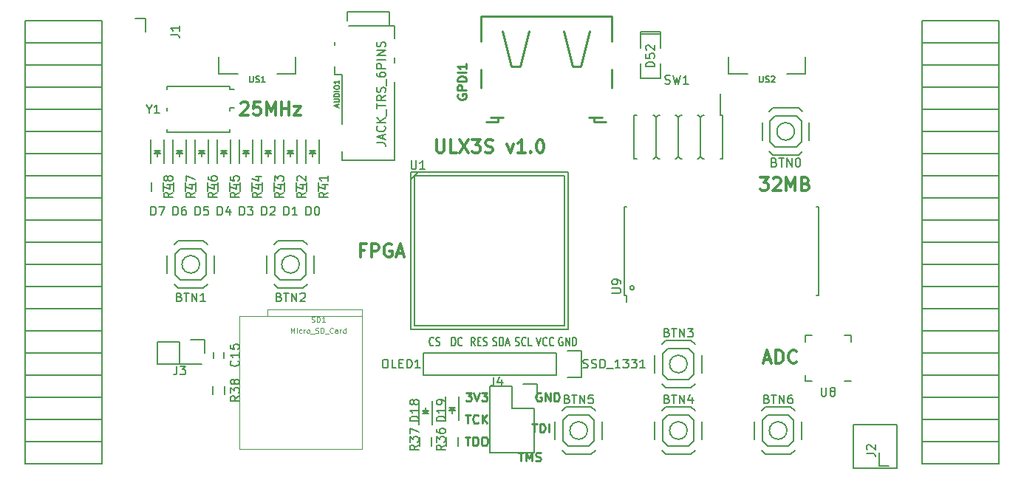
<source format=gto>
G04 #@! TF.FileFunction,Legend,Top*
%FSLAX46Y46*%
G04 Gerber Fmt 4.6, Leading zero omitted, Abs format (unit mm)*
G04 Created by KiCad (PCBNEW 4.0.6+dfsg1-1) date Fri Sep 22 15:52:52 2017*
%MOMM*%
%LPD*%
G01*
G04 APERTURE LIST*
%ADD10C,0.100000*%
%ADD11C,0.300000*%
%ADD12C,0.250000*%
%ADD13C,0.150000*%
%ADD14C,0.010160*%
%ADD15C,0.254000*%
%ADD16C,0.124460*%
%ADD17C,0.152400*%
G04 APERTURE END LIST*
D10*
D11*
X132442858Y-75076571D02*
X132442858Y-76290857D01*
X132514286Y-76433714D01*
X132585715Y-76505143D01*
X132728572Y-76576571D01*
X133014286Y-76576571D01*
X133157144Y-76505143D01*
X133228572Y-76433714D01*
X133300001Y-76290857D01*
X133300001Y-75076571D01*
X134728573Y-76576571D02*
X134014287Y-76576571D01*
X134014287Y-75076571D01*
X135085716Y-75076571D02*
X136085716Y-76576571D01*
X136085716Y-75076571D02*
X135085716Y-76576571D01*
X136514287Y-75076571D02*
X137442858Y-75076571D01*
X136942858Y-75648000D01*
X137157144Y-75648000D01*
X137300001Y-75719429D01*
X137371430Y-75790857D01*
X137442858Y-75933714D01*
X137442858Y-76290857D01*
X137371430Y-76433714D01*
X137300001Y-76505143D01*
X137157144Y-76576571D01*
X136728572Y-76576571D01*
X136585715Y-76505143D01*
X136514287Y-76433714D01*
X138014286Y-76505143D02*
X138228572Y-76576571D01*
X138585715Y-76576571D01*
X138728572Y-76505143D01*
X138800001Y-76433714D01*
X138871429Y-76290857D01*
X138871429Y-76148000D01*
X138800001Y-76005143D01*
X138728572Y-75933714D01*
X138585715Y-75862286D01*
X138300001Y-75790857D01*
X138157143Y-75719429D01*
X138085715Y-75648000D01*
X138014286Y-75505143D01*
X138014286Y-75362286D01*
X138085715Y-75219429D01*
X138157143Y-75148000D01*
X138300001Y-75076571D01*
X138657143Y-75076571D01*
X138871429Y-75148000D01*
X140514286Y-75576571D02*
X140871429Y-76576571D01*
X141228571Y-75576571D01*
X142585714Y-76576571D02*
X141728571Y-76576571D01*
X142157143Y-76576571D02*
X142157143Y-75076571D01*
X142014286Y-75290857D01*
X141871428Y-75433714D01*
X141728571Y-75505143D01*
X143228571Y-76433714D02*
X143299999Y-76505143D01*
X143228571Y-76576571D01*
X143157142Y-76505143D01*
X143228571Y-76433714D01*
X143228571Y-76576571D01*
X144228571Y-75076571D02*
X144371428Y-75076571D01*
X144514285Y-75148000D01*
X144585714Y-75219429D01*
X144657143Y-75362286D01*
X144728571Y-75648000D01*
X144728571Y-76005143D01*
X144657143Y-76290857D01*
X144585714Y-76433714D01*
X144514285Y-76505143D01*
X144371428Y-76576571D01*
X144228571Y-76576571D01*
X144085714Y-76505143D01*
X144014285Y-76433714D01*
X143942857Y-76290857D01*
X143871428Y-76005143D01*
X143871428Y-75648000D01*
X143942857Y-75362286D01*
X144014285Y-75219429D01*
X144085714Y-75148000D01*
X144228571Y-75076571D01*
X124175429Y-87728857D02*
X123675429Y-87728857D01*
X123675429Y-88514571D02*
X123675429Y-87014571D01*
X124389715Y-87014571D01*
X124961143Y-88514571D02*
X124961143Y-87014571D01*
X125532571Y-87014571D01*
X125675429Y-87086000D01*
X125746857Y-87157429D01*
X125818286Y-87300286D01*
X125818286Y-87514571D01*
X125746857Y-87657429D01*
X125675429Y-87728857D01*
X125532571Y-87800286D01*
X124961143Y-87800286D01*
X127246857Y-87086000D02*
X127104000Y-87014571D01*
X126889714Y-87014571D01*
X126675429Y-87086000D01*
X126532571Y-87228857D01*
X126461143Y-87371714D01*
X126389714Y-87657429D01*
X126389714Y-87871714D01*
X126461143Y-88157429D01*
X126532571Y-88300286D01*
X126675429Y-88443143D01*
X126889714Y-88514571D01*
X127032571Y-88514571D01*
X127246857Y-88443143D01*
X127318286Y-88371714D01*
X127318286Y-87871714D01*
X127032571Y-87871714D01*
X127889714Y-88086000D02*
X128604000Y-88086000D01*
X127746857Y-88514571D02*
X128246857Y-87014571D01*
X128746857Y-88514571D01*
X169510572Y-79394571D02*
X170439143Y-79394571D01*
X169939143Y-79966000D01*
X170153429Y-79966000D01*
X170296286Y-80037429D01*
X170367715Y-80108857D01*
X170439143Y-80251714D01*
X170439143Y-80608857D01*
X170367715Y-80751714D01*
X170296286Y-80823143D01*
X170153429Y-80894571D01*
X169724857Y-80894571D01*
X169582000Y-80823143D01*
X169510572Y-80751714D01*
X171010571Y-79537429D02*
X171082000Y-79466000D01*
X171224857Y-79394571D01*
X171582000Y-79394571D01*
X171724857Y-79466000D01*
X171796286Y-79537429D01*
X171867714Y-79680286D01*
X171867714Y-79823143D01*
X171796286Y-80037429D01*
X170939143Y-80894571D01*
X171867714Y-80894571D01*
X172510571Y-80894571D02*
X172510571Y-79394571D01*
X173010571Y-80466000D01*
X173510571Y-79394571D01*
X173510571Y-80894571D01*
X174724857Y-80108857D02*
X174939143Y-80180286D01*
X175010571Y-80251714D01*
X175082000Y-80394571D01*
X175082000Y-80608857D01*
X175010571Y-80751714D01*
X174939143Y-80823143D01*
X174796285Y-80894571D01*
X174224857Y-80894571D01*
X174224857Y-79394571D01*
X174724857Y-79394571D01*
X174867714Y-79466000D01*
X174939143Y-79537429D01*
X175010571Y-79680286D01*
X175010571Y-79823143D01*
X174939143Y-79966000D01*
X174867714Y-80037429D01*
X174724857Y-80108857D01*
X174224857Y-80108857D01*
X169966857Y-100278000D02*
X170681143Y-100278000D01*
X169824000Y-100706571D02*
X170324000Y-99206571D01*
X170824000Y-100706571D01*
X171324000Y-100706571D02*
X171324000Y-99206571D01*
X171681143Y-99206571D01*
X171895428Y-99278000D01*
X172038286Y-99420857D01*
X172109714Y-99563714D01*
X172181143Y-99849429D01*
X172181143Y-100063714D01*
X172109714Y-100349429D01*
X172038286Y-100492286D01*
X171895428Y-100635143D01*
X171681143Y-100706571D01*
X171324000Y-100706571D01*
X173681143Y-100563714D02*
X173609714Y-100635143D01*
X173395428Y-100706571D01*
X173252571Y-100706571D01*
X173038286Y-100635143D01*
X172895428Y-100492286D01*
X172824000Y-100349429D01*
X172752571Y-100063714D01*
X172752571Y-99849429D01*
X172824000Y-99563714D01*
X172895428Y-99420857D01*
X173038286Y-99278000D01*
X173252571Y-99206571D01*
X173395428Y-99206571D01*
X173609714Y-99278000D01*
X173681143Y-99349429D01*
X110011143Y-70901429D02*
X110082572Y-70830000D01*
X110225429Y-70758571D01*
X110582572Y-70758571D01*
X110725429Y-70830000D01*
X110796858Y-70901429D01*
X110868286Y-71044286D01*
X110868286Y-71187143D01*
X110796858Y-71401429D01*
X109939715Y-72258571D01*
X110868286Y-72258571D01*
X112225429Y-70758571D02*
X111511143Y-70758571D01*
X111439714Y-71472857D01*
X111511143Y-71401429D01*
X111654000Y-71330000D01*
X112011143Y-71330000D01*
X112154000Y-71401429D01*
X112225429Y-71472857D01*
X112296857Y-71615714D01*
X112296857Y-71972857D01*
X112225429Y-72115714D01*
X112154000Y-72187143D01*
X112011143Y-72258571D01*
X111654000Y-72258571D01*
X111511143Y-72187143D01*
X111439714Y-72115714D01*
X112939714Y-72258571D02*
X112939714Y-70758571D01*
X113439714Y-71830000D01*
X113939714Y-70758571D01*
X113939714Y-72258571D01*
X114654000Y-72258571D02*
X114654000Y-70758571D01*
X114654000Y-71472857D02*
X115511143Y-71472857D01*
X115511143Y-72258571D02*
X115511143Y-70758571D01*
X116082572Y-71258571D02*
X116868286Y-71258571D01*
X116082572Y-72258571D01*
X116868286Y-72258571D01*
D12*
X141788667Y-110910381D02*
X142360096Y-110910381D01*
X142074381Y-111910381D02*
X142074381Y-110910381D01*
X142693429Y-111910381D02*
X142693429Y-110910381D01*
X143026763Y-111624667D01*
X143360096Y-110910381D01*
X143360096Y-111910381D01*
X143788667Y-111862762D02*
X143931524Y-111910381D01*
X144169620Y-111910381D01*
X144264858Y-111862762D01*
X144312477Y-111815143D01*
X144360096Y-111719905D01*
X144360096Y-111624667D01*
X144312477Y-111529429D01*
X144264858Y-111481810D01*
X144169620Y-111434190D01*
X143979143Y-111386571D01*
X143883905Y-111338952D01*
X143836286Y-111291333D01*
X143788667Y-111196095D01*
X143788667Y-111100857D01*
X143836286Y-111005619D01*
X143883905Y-110958000D01*
X143979143Y-110910381D01*
X144217239Y-110910381D01*
X144360096Y-110958000D01*
X143368191Y-107608381D02*
X143939620Y-107608381D01*
X143653905Y-108608381D02*
X143653905Y-107608381D01*
X144272953Y-108608381D02*
X144272953Y-107608381D01*
X144511048Y-107608381D01*
X144653906Y-107656000D01*
X144749144Y-107751238D01*
X144796763Y-107846476D01*
X144844382Y-108036952D01*
X144844382Y-108179810D01*
X144796763Y-108370286D01*
X144749144Y-108465524D01*
X144653906Y-108560762D01*
X144511048Y-108608381D01*
X144272953Y-108608381D01*
X145272953Y-108608381D02*
X145272953Y-107608381D01*
X144392096Y-104100000D02*
X144296858Y-104052381D01*
X144154001Y-104052381D01*
X144011143Y-104100000D01*
X143915905Y-104195238D01*
X143868286Y-104290476D01*
X143820667Y-104480952D01*
X143820667Y-104623810D01*
X143868286Y-104814286D01*
X143915905Y-104909524D01*
X144011143Y-105004762D01*
X144154001Y-105052381D01*
X144249239Y-105052381D01*
X144392096Y-105004762D01*
X144439715Y-104957143D01*
X144439715Y-104623810D01*
X144249239Y-104623810D01*
X144868286Y-105052381D02*
X144868286Y-104052381D01*
X145439715Y-105052381D01*
X145439715Y-104052381D01*
X145915905Y-105052381D02*
X145915905Y-104052381D01*
X146154000Y-104052381D01*
X146296858Y-104100000D01*
X146392096Y-104195238D01*
X146439715Y-104290476D01*
X146487334Y-104480952D01*
X146487334Y-104623810D01*
X146439715Y-104814286D01*
X146392096Y-104909524D01*
X146296858Y-105004762D01*
X146154000Y-105052381D01*
X145915905Y-105052381D01*
X135716476Y-109132381D02*
X136287905Y-109132381D01*
X136002190Y-110132381D02*
X136002190Y-109132381D01*
X136621238Y-110132381D02*
X136621238Y-109132381D01*
X136859333Y-109132381D01*
X137002191Y-109180000D01*
X137097429Y-109275238D01*
X137145048Y-109370476D01*
X137192667Y-109560952D01*
X137192667Y-109703810D01*
X137145048Y-109894286D01*
X137097429Y-109989524D01*
X137002191Y-110084762D01*
X136859333Y-110132381D01*
X136621238Y-110132381D01*
X137811714Y-109132381D02*
X138002191Y-109132381D01*
X138097429Y-109180000D01*
X138192667Y-109275238D01*
X138240286Y-109465714D01*
X138240286Y-109799048D01*
X138192667Y-109989524D01*
X138097429Y-110084762D01*
X138002191Y-110132381D01*
X137811714Y-110132381D01*
X137716476Y-110084762D01*
X137621238Y-109989524D01*
X137573619Y-109799048D01*
X137573619Y-109465714D01*
X137621238Y-109275238D01*
X137716476Y-109180000D01*
X137811714Y-109132381D01*
X135740286Y-106592381D02*
X136311715Y-106592381D01*
X136026000Y-107592381D02*
X136026000Y-106592381D01*
X137216477Y-107497143D02*
X137168858Y-107544762D01*
X137026001Y-107592381D01*
X136930763Y-107592381D01*
X136787905Y-107544762D01*
X136692667Y-107449524D01*
X136645048Y-107354286D01*
X136597429Y-107163810D01*
X136597429Y-107020952D01*
X136645048Y-106830476D01*
X136692667Y-106735238D01*
X136787905Y-106640000D01*
X136930763Y-106592381D01*
X137026001Y-106592381D01*
X137168858Y-106640000D01*
X137216477Y-106687619D01*
X137645048Y-107592381D02*
X137645048Y-106592381D01*
X138216477Y-107592381D02*
X137787905Y-107020952D01*
X138216477Y-106592381D02*
X137645048Y-107163810D01*
X135787905Y-104052381D02*
X136406953Y-104052381D01*
X136073619Y-104433333D01*
X136216477Y-104433333D01*
X136311715Y-104480952D01*
X136359334Y-104528571D01*
X136406953Y-104623810D01*
X136406953Y-104861905D01*
X136359334Y-104957143D01*
X136311715Y-105004762D01*
X136216477Y-105052381D01*
X135930762Y-105052381D01*
X135835524Y-105004762D01*
X135787905Y-104957143D01*
X136692667Y-104052381D02*
X137026000Y-105052381D01*
X137359334Y-104052381D01*
X137597429Y-104052381D02*
X138216477Y-104052381D01*
X137883143Y-104433333D01*
X138026001Y-104433333D01*
X138121239Y-104480952D01*
X138168858Y-104528571D01*
X138216477Y-104623810D01*
X138216477Y-104861905D01*
X138168858Y-104957143D01*
X138121239Y-105004762D01*
X138026001Y-105052381D01*
X137740286Y-105052381D01*
X137645048Y-105004762D01*
X137597429Y-104957143D01*
D13*
X164940000Y-72230000D02*
X164940000Y-69805000D01*
X162680000Y-72480000D02*
X162680000Y-76980000D01*
X155060000Y-77230000D02*
X155340000Y-77230000D01*
X155060000Y-77230000D02*
X155060000Y-72230000D01*
X155060000Y-72230000D02*
X155340000Y-72230000D01*
X165220000Y-72230000D02*
X164940000Y-72230000D01*
X165220000Y-77230000D02*
X165220000Y-72230000D01*
X163061000Y-77230000D02*
X162934000Y-77230000D01*
X162934000Y-77230000D02*
X162680000Y-76976000D01*
X162680000Y-76976000D02*
X162426000Y-77230000D01*
X162426000Y-77230000D02*
X162299000Y-77230000D01*
X165220000Y-77230000D02*
X164940000Y-77230000D01*
X160521000Y-77230000D02*
X160394000Y-77230000D01*
X157981000Y-77230000D02*
X157854000Y-77230000D01*
X162299000Y-72230000D02*
X162426000Y-72230000D01*
X160140000Y-76976000D02*
X159886000Y-77230000D01*
X157600000Y-76976000D02*
X157346000Y-77230000D01*
X162680000Y-72484000D02*
X162934000Y-72230000D01*
X159886000Y-77230000D02*
X159759000Y-77230000D01*
X157346000Y-77230000D02*
X157219000Y-77230000D01*
X162934000Y-72230000D02*
X163061000Y-72230000D01*
X160394000Y-77230000D02*
X160140000Y-76976000D01*
X157854000Y-77230000D02*
X157600000Y-76976000D01*
X162426000Y-72230000D02*
X162680000Y-72484000D01*
X159759000Y-72230000D02*
X159886000Y-72230000D01*
X157219000Y-72230000D02*
X157346000Y-72230000D01*
X160394000Y-72230000D02*
X160521000Y-72230000D01*
X157854000Y-72230000D02*
X157981000Y-72230000D01*
X160140000Y-72484000D02*
X160394000Y-72230000D01*
X157600000Y-72484000D02*
X157854000Y-72230000D01*
X159886000Y-72230000D02*
X160140000Y-72484000D01*
X157346000Y-72230000D02*
X157600000Y-72484000D01*
X160140000Y-72480000D02*
X160140000Y-76980000D01*
X157600000Y-72480000D02*
X157600000Y-76980000D01*
X158108000Y-62944000D02*
X158108000Y-62690000D01*
X158108000Y-62690000D02*
X155822000Y-62690000D01*
X155822000Y-62690000D02*
X155822000Y-62944000D01*
X158108000Y-62944000D02*
X155822000Y-62944000D01*
X155822000Y-62944000D02*
X155822000Y-64595000D01*
X158108000Y-66373000D02*
X158108000Y-68024000D01*
X158108000Y-68024000D02*
X155822000Y-68024000D01*
X155822000Y-68024000D02*
X155822000Y-66373000D01*
X158108000Y-64595000D02*
X158108000Y-62944000D01*
D14*
X113070000Y-95320000D02*
X113070000Y-94520000D01*
X113070000Y-94520000D02*
X123870000Y-94520000D01*
X123870000Y-94520000D02*
X123870000Y-95320000D01*
X109870000Y-110520000D02*
X109870000Y-95320000D01*
X109870000Y-95320000D02*
X123870000Y-95320000D01*
X123870000Y-95320000D02*
X123870000Y-110520000D01*
X123870000Y-110520000D02*
X109870000Y-110520000D01*
D13*
X105260000Y-89360000D02*
G75*
G03X105260000Y-89360000I-1000000J0D01*
G01*
X103060000Y-87560000D02*
X105460000Y-87560000D01*
X102460000Y-88160000D02*
X103060000Y-87560000D01*
X102460000Y-90560000D02*
X102460000Y-88160000D01*
X103060000Y-91160000D02*
X102460000Y-90560000D01*
X105460000Y-91160000D02*
X103060000Y-91160000D01*
X106060000Y-90560000D02*
X105460000Y-91160000D01*
X106060000Y-88160000D02*
X106060000Y-90560000D01*
X105460000Y-87560000D02*
X106060000Y-88160000D01*
X102810000Y-86660000D02*
X105710000Y-86660000D01*
X102360000Y-87110000D02*
X102810000Y-86660000D01*
X101560000Y-90360000D02*
X101560000Y-88360000D01*
X102810000Y-92060000D02*
X102360000Y-91610000D01*
X105710000Y-92060000D02*
X102810000Y-92060000D01*
X106160000Y-91610000D02*
X105710000Y-92060000D01*
X106960000Y-88360000D02*
X106960000Y-90360000D01*
X105710000Y-86660000D02*
X106160000Y-87110000D01*
X116690000Y-89360000D02*
G75*
G03X116690000Y-89360000I-1000000J0D01*
G01*
X114490000Y-87560000D02*
X116890000Y-87560000D01*
X113890000Y-88160000D02*
X114490000Y-87560000D01*
X113890000Y-90560000D02*
X113890000Y-88160000D01*
X114490000Y-91160000D02*
X113890000Y-90560000D01*
X116890000Y-91160000D02*
X114490000Y-91160000D01*
X117490000Y-90560000D02*
X116890000Y-91160000D01*
X117490000Y-88160000D02*
X117490000Y-90560000D01*
X116890000Y-87560000D02*
X117490000Y-88160000D01*
X114240000Y-86660000D02*
X117140000Y-86660000D01*
X113790000Y-87110000D02*
X114240000Y-86660000D01*
X112990000Y-90360000D02*
X112990000Y-88360000D01*
X114240000Y-92060000D02*
X113790000Y-91610000D01*
X117140000Y-92060000D02*
X114240000Y-92060000D01*
X117590000Y-91610000D02*
X117140000Y-92060000D01*
X118390000Y-88360000D02*
X118390000Y-90360000D01*
X117140000Y-86660000D02*
X117590000Y-87110000D01*
X161140000Y-100790000D02*
G75*
G03X161140000Y-100790000I-1000000J0D01*
G01*
X158940000Y-98990000D02*
X161340000Y-98990000D01*
X158340000Y-99590000D02*
X158940000Y-98990000D01*
X158340000Y-101990000D02*
X158340000Y-99590000D01*
X158940000Y-102590000D02*
X158340000Y-101990000D01*
X161340000Y-102590000D02*
X158940000Y-102590000D01*
X161940000Y-101990000D02*
X161340000Y-102590000D01*
X161940000Y-99590000D02*
X161940000Y-101990000D01*
X161340000Y-98990000D02*
X161940000Y-99590000D01*
X158690000Y-98090000D02*
X161590000Y-98090000D01*
X158240000Y-98540000D02*
X158690000Y-98090000D01*
X157440000Y-101790000D02*
X157440000Y-99790000D01*
X158690000Y-103490000D02*
X158240000Y-103040000D01*
X161590000Y-103490000D02*
X158690000Y-103490000D01*
X162040000Y-103040000D02*
X161590000Y-103490000D01*
X162840000Y-99790000D02*
X162840000Y-101790000D01*
X161590000Y-98090000D02*
X162040000Y-98540000D01*
X161140000Y-108410000D02*
G75*
G03X161140000Y-108410000I-1000000J0D01*
G01*
X161340000Y-110210000D02*
X158940000Y-110210000D01*
X161940000Y-109610000D02*
X161340000Y-110210000D01*
X161940000Y-107210000D02*
X161940000Y-109610000D01*
X161340000Y-106610000D02*
X161940000Y-107210000D01*
X158940000Y-106610000D02*
X161340000Y-106610000D01*
X158340000Y-107210000D02*
X158940000Y-106610000D01*
X158340000Y-109610000D02*
X158340000Y-107210000D01*
X158940000Y-110210000D02*
X158340000Y-109610000D01*
X161590000Y-111110000D02*
X158690000Y-111110000D01*
X162040000Y-110660000D02*
X161590000Y-111110000D01*
X162840000Y-107410000D02*
X162840000Y-109410000D01*
X161590000Y-105710000D02*
X162040000Y-106160000D01*
X158690000Y-105710000D02*
X161590000Y-105710000D01*
X158240000Y-106160000D02*
X158690000Y-105710000D01*
X157440000Y-109410000D02*
X157440000Y-107410000D01*
X158690000Y-111110000D02*
X158240000Y-110660000D01*
X149710000Y-108410000D02*
G75*
G03X149710000Y-108410000I-1000000J0D01*
G01*
X149910000Y-110210000D02*
X147510000Y-110210000D01*
X150510000Y-109610000D02*
X149910000Y-110210000D01*
X150510000Y-107210000D02*
X150510000Y-109610000D01*
X149910000Y-106610000D02*
X150510000Y-107210000D01*
X147510000Y-106610000D02*
X149910000Y-106610000D01*
X146910000Y-107210000D02*
X147510000Y-106610000D01*
X146910000Y-109610000D02*
X146910000Y-107210000D01*
X147510000Y-110210000D02*
X146910000Y-109610000D01*
X150160000Y-111110000D02*
X147260000Y-111110000D01*
X150610000Y-110660000D02*
X150160000Y-111110000D01*
X151410000Y-107410000D02*
X151410000Y-109410000D01*
X150160000Y-105710000D02*
X150610000Y-106160000D01*
X147260000Y-105710000D02*
X150160000Y-105710000D01*
X146810000Y-106160000D02*
X147260000Y-105710000D01*
X146010000Y-109410000D02*
X146010000Y-107410000D01*
X147260000Y-111110000D02*
X146810000Y-110660000D01*
X172570000Y-108410000D02*
G75*
G03X172570000Y-108410000I-1000000J0D01*
G01*
X172770000Y-110210000D02*
X170370000Y-110210000D01*
X173370000Y-109610000D02*
X172770000Y-110210000D01*
X173370000Y-107210000D02*
X173370000Y-109610000D01*
X172770000Y-106610000D02*
X173370000Y-107210000D01*
X170370000Y-106610000D02*
X172770000Y-106610000D01*
X169770000Y-107210000D02*
X170370000Y-106610000D01*
X169770000Y-109610000D02*
X169770000Y-107210000D01*
X170370000Y-110210000D02*
X169770000Y-109610000D01*
X173020000Y-111110000D02*
X170120000Y-111110000D01*
X173470000Y-110660000D02*
X173020000Y-111110000D01*
X174270000Y-107410000D02*
X174270000Y-109410000D01*
X173020000Y-105710000D02*
X173470000Y-106160000D01*
X170120000Y-105710000D02*
X173020000Y-105710000D01*
X169670000Y-106160000D02*
X170120000Y-105710000D01*
X168870000Y-109410000D02*
X168870000Y-107410000D01*
X170120000Y-111110000D02*
X169670000Y-110660000D01*
X117480000Y-75060000D02*
X117480000Y-77760000D01*
X118980000Y-75060000D02*
X118980000Y-77760000D01*
X118080000Y-76560000D02*
X118330000Y-76560000D01*
X118330000Y-76560000D02*
X118180000Y-76410000D01*
X118580000Y-76310000D02*
X117880000Y-76310000D01*
X118230000Y-76660000D02*
X118230000Y-77010000D01*
X118230000Y-76310000D02*
X118580000Y-76660000D01*
X118580000Y-76660000D02*
X117880000Y-76660000D01*
X117880000Y-76660000D02*
X118230000Y-76310000D01*
X114940000Y-75060000D02*
X114940000Y-77760000D01*
X116440000Y-75060000D02*
X116440000Y-77760000D01*
X115540000Y-76560000D02*
X115790000Y-76560000D01*
X115790000Y-76560000D02*
X115640000Y-76410000D01*
X116040000Y-76310000D02*
X115340000Y-76310000D01*
X115690000Y-76660000D02*
X115690000Y-77010000D01*
X115690000Y-76310000D02*
X116040000Y-76660000D01*
X116040000Y-76660000D02*
X115340000Y-76660000D01*
X115340000Y-76660000D02*
X115690000Y-76310000D01*
X112400000Y-75060000D02*
X112400000Y-77760000D01*
X113900000Y-75060000D02*
X113900000Y-77760000D01*
X113000000Y-76560000D02*
X113250000Y-76560000D01*
X113250000Y-76560000D02*
X113100000Y-76410000D01*
X113500000Y-76310000D02*
X112800000Y-76310000D01*
X113150000Y-76660000D02*
X113150000Y-77010000D01*
X113150000Y-76310000D02*
X113500000Y-76660000D01*
X113500000Y-76660000D02*
X112800000Y-76660000D01*
X112800000Y-76660000D02*
X113150000Y-76310000D01*
X109860000Y-75060000D02*
X109860000Y-77760000D01*
X111360000Y-75060000D02*
X111360000Y-77760000D01*
X110460000Y-76560000D02*
X110710000Y-76560000D01*
X110710000Y-76560000D02*
X110560000Y-76410000D01*
X110960000Y-76310000D02*
X110260000Y-76310000D01*
X110610000Y-76660000D02*
X110610000Y-77010000D01*
X110610000Y-76310000D02*
X110960000Y-76660000D01*
X110960000Y-76660000D02*
X110260000Y-76660000D01*
X110260000Y-76660000D02*
X110610000Y-76310000D01*
X107320000Y-75060000D02*
X107320000Y-77760000D01*
X108820000Y-75060000D02*
X108820000Y-77760000D01*
X107920000Y-76560000D02*
X108170000Y-76560000D01*
X108170000Y-76560000D02*
X108020000Y-76410000D01*
X108420000Y-76310000D02*
X107720000Y-76310000D01*
X108070000Y-76660000D02*
X108070000Y-77010000D01*
X108070000Y-76310000D02*
X108420000Y-76660000D01*
X108420000Y-76660000D02*
X107720000Y-76660000D01*
X107720000Y-76660000D02*
X108070000Y-76310000D01*
X104780000Y-75060000D02*
X104780000Y-77760000D01*
X106280000Y-75060000D02*
X106280000Y-77760000D01*
X105380000Y-76560000D02*
X105630000Y-76560000D01*
X105630000Y-76560000D02*
X105480000Y-76410000D01*
X105880000Y-76310000D02*
X105180000Y-76310000D01*
X105530000Y-76660000D02*
X105530000Y-77010000D01*
X105530000Y-76310000D02*
X105880000Y-76660000D01*
X105880000Y-76660000D02*
X105180000Y-76660000D01*
X105180000Y-76660000D02*
X105530000Y-76310000D01*
X102240000Y-75060000D02*
X102240000Y-77760000D01*
X103740000Y-75060000D02*
X103740000Y-77760000D01*
X102840000Y-76560000D02*
X103090000Y-76560000D01*
X103090000Y-76560000D02*
X102940000Y-76410000D01*
X103340000Y-76310000D02*
X102640000Y-76310000D01*
X102990000Y-76660000D02*
X102990000Y-77010000D01*
X102990000Y-76310000D02*
X103340000Y-76660000D01*
X103340000Y-76660000D02*
X102640000Y-76660000D01*
X102640000Y-76660000D02*
X102990000Y-76310000D01*
X99700000Y-75060000D02*
X99700000Y-77760000D01*
X101200000Y-75060000D02*
X101200000Y-77760000D01*
X100300000Y-76560000D02*
X100550000Y-76560000D01*
X100550000Y-76560000D02*
X100400000Y-76410000D01*
X100800000Y-76310000D02*
X100100000Y-76310000D01*
X100450000Y-76660000D02*
X100450000Y-77010000D01*
X100450000Y-76310000D02*
X100800000Y-76660000D01*
X100800000Y-76660000D02*
X100100000Y-76660000D01*
X100100000Y-76660000D02*
X100450000Y-76310000D01*
X176180000Y-92880000D02*
X175980000Y-92880000D01*
X176180000Y-82720000D02*
X175980000Y-82720000D01*
X155080000Y-92050000D02*
G75*
G03X155080000Y-92050000I-250000J0D01*
G01*
X154180000Y-92880000D02*
X154180000Y-93700000D01*
X153980000Y-92880000D02*
X154180000Y-92880000D01*
X153980000Y-82720000D02*
X154180000Y-82720000D01*
X176190000Y-82720000D02*
X176190000Y-92880000D01*
X153970000Y-92880000D02*
X153970000Y-82720000D01*
D15*
X151378260Y-72548160D02*
X150479100Y-72548160D01*
X150479100Y-72548160D02*
X149879660Y-72548160D01*
X140080340Y-72548160D02*
X139480900Y-72548160D01*
X139480900Y-72548160D02*
X138581740Y-72548160D01*
X137481920Y-69149640D02*
X137481920Y-66998260D01*
X137481920Y-63800400D02*
X137481920Y-60892100D01*
X137481920Y-60892100D02*
X152478080Y-60892100D01*
X152478080Y-60892100D02*
X152478080Y-63800400D01*
X152478080Y-66998260D02*
X152478080Y-69149640D01*
X138106760Y-73048540D02*
X139480900Y-73048540D01*
X139480900Y-73048540D02*
X139480900Y-72548160D01*
X150479100Y-72548160D02*
X150479100Y-73048540D01*
X150479100Y-73048540D02*
X151865940Y-73048540D01*
X142981020Y-62632000D02*
X141980260Y-66632500D01*
X141980260Y-66632500D02*
X140982040Y-66632500D01*
X140982040Y-66632500D02*
X139981280Y-62632000D01*
X146978980Y-62632000D02*
X147979740Y-66632500D01*
X147979740Y-66632500D02*
X148977960Y-66632500D01*
X148977960Y-66632500D02*
X149978720Y-62632000D01*
D13*
X85270000Y-112220000D02*
X94100000Y-112220000D01*
X85270000Y-109680000D02*
X85270000Y-112220000D01*
X94100000Y-109680000D02*
X94100000Y-112220000D01*
X94100000Y-112220000D02*
X85270000Y-112220000D01*
X94100000Y-109680000D02*
X85270000Y-109680000D01*
X94100000Y-107140000D02*
X94100000Y-109680000D01*
X85270000Y-107140000D02*
X85270000Y-109680000D01*
X85270000Y-109680000D02*
X94100000Y-109680000D01*
X85270000Y-91900000D02*
X94100000Y-91900000D01*
X85270000Y-89360000D02*
X85270000Y-91900000D01*
X94100000Y-89360000D02*
X94100000Y-91900000D01*
X94100000Y-91900000D02*
X85270000Y-91900000D01*
X94100000Y-94440000D02*
X85270000Y-94440000D01*
X94100000Y-91900000D02*
X94100000Y-94440000D01*
X85270000Y-91900000D02*
X85270000Y-94440000D01*
X85270000Y-94440000D02*
X94100000Y-94440000D01*
X85270000Y-107140000D02*
X94100000Y-107140000D01*
X85270000Y-104600000D02*
X85270000Y-107140000D01*
X94100000Y-104600000D02*
X94100000Y-107140000D01*
X94100000Y-107140000D02*
X85270000Y-107140000D01*
X94100000Y-104600000D02*
X85270000Y-104600000D01*
X94100000Y-102060000D02*
X94100000Y-104600000D01*
X85270000Y-102060000D02*
X85270000Y-104600000D01*
X85270000Y-104600000D02*
X94100000Y-104600000D01*
X85270000Y-102060000D02*
X94100000Y-102060000D01*
X85270000Y-99520000D02*
X85270000Y-102060000D01*
X94100000Y-99520000D02*
X94100000Y-102060000D01*
X94100000Y-102060000D02*
X85270000Y-102060000D01*
X94100000Y-99520000D02*
X85270000Y-99520000D01*
X94100000Y-96980000D02*
X94100000Y-99520000D01*
X85270000Y-96980000D02*
X85270000Y-99520000D01*
X85270000Y-99520000D02*
X94100000Y-99520000D01*
X85270000Y-96980000D02*
X94100000Y-96980000D01*
X85270000Y-94440000D02*
X85270000Y-96980000D01*
X94100000Y-94440000D02*
X94100000Y-96980000D01*
X94100000Y-96980000D02*
X85270000Y-96980000D01*
X94100000Y-79200000D02*
X85270000Y-79200000D01*
X94100000Y-76660000D02*
X94100000Y-79200000D01*
X85270000Y-76660000D02*
X85270000Y-79200000D01*
X85270000Y-79200000D02*
X94100000Y-79200000D01*
X85270000Y-81740000D02*
X94100000Y-81740000D01*
X85270000Y-79200000D02*
X85270000Y-81740000D01*
X94100000Y-79200000D02*
X94100000Y-81740000D01*
X94100000Y-81740000D02*
X85270000Y-81740000D01*
X94100000Y-84280000D02*
X85270000Y-84280000D01*
X94100000Y-81740000D02*
X94100000Y-84280000D01*
X85270000Y-81740000D02*
X85270000Y-84280000D01*
X85270000Y-84280000D02*
X94100000Y-84280000D01*
X85270000Y-86820000D02*
X94100000Y-86820000D01*
X85270000Y-84280000D02*
X85270000Y-86820000D01*
X94100000Y-84280000D02*
X94100000Y-86820000D01*
X94100000Y-86820000D02*
X85270000Y-86820000D01*
X94100000Y-89360000D02*
X85270000Y-89360000D01*
X94100000Y-86820000D02*
X94100000Y-89360000D01*
X85270000Y-86820000D02*
X85270000Y-89360000D01*
X85270000Y-89360000D02*
X94100000Y-89360000D01*
X85270000Y-76660000D02*
X94100000Y-76660000D01*
X85270000Y-74120000D02*
X85270000Y-76660000D01*
X94100000Y-74120000D02*
X94100000Y-76660000D01*
X94100000Y-76660000D02*
X85270000Y-76660000D01*
X94100000Y-74120000D02*
X85270000Y-74120000D01*
X94100000Y-71580000D02*
X94100000Y-74120000D01*
X85270000Y-71580000D02*
X85270000Y-74120000D01*
X85270000Y-74120000D02*
X94100000Y-74120000D01*
X85270000Y-71580000D02*
X94100000Y-71580000D01*
X85270000Y-69040000D02*
X85270000Y-71580000D01*
X94100000Y-69040000D02*
X94100000Y-71580000D01*
X94100000Y-71580000D02*
X85270000Y-71580000D01*
X94100000Y-69040000D02*
X85270000Y-69040000D01*
X94100000Y-66500000D02*
X94100000Y-69040000D01*
X85270000Y-66500000D02*
X85270000Y-69040000D01*
X85270000Y-69040000D02*
X94100000Y-69040000D01*
X85270000Y-66500000D02*
X94100000Y-66500000D01*
X85270000Y-63960000D02*
X85270000Y-66500000D01*
X94100000Y-63960000D02*
X94100000Y-66500000D01*
X94100000Y-66500000D02*
X85270000Y-66500000D01*
X94100000Y-63960000D02*
X85270000Y-63960000D01*
X94100000Y-61420000D02*
X94100000Y-63960000D01*
X99060000Y-62690000D02*
X99060000Y-61140000D01*
X99060000Y-61140000D02*
X97910000Y-61140000D01*
X94100000Y-61420000D02*
X85270000Y-61420000D01*
X85270000Y-61420000D02*
X85270000Y-63960000D01*
X85270000Y-63960000D02*
X94100000Y-63960000D01*
X196910000Y-61420000D02*
X188080000Y-61420000D01*
X196910000Y-63960000D02*
X196910000Y-61420000D01*
X188080000Y-63960000D02*
X188080000Y-61420000D01*
X188080000Y-61420000D02*
X196910000Y-61420000D01*
X188080000Y-63960000D02*
X196910000Y-63960000D01*
X188080000Y-66500000D02*
X188080000Y-63960000D01*
X196910000Y-66500000D02*
X196910000Y-63960000D01*
X196910000Y-63960000D02*
X188080000Y-63960000D01*
X196910000Y-81740000D02*
X188080000Y-81740000D01*
X196910000Y-84280000D02*
X196910000Y-81740000D01*
X188080000Y-84280000D02*
X188080000Y-81740000D01*
X188080000Y-81740000D02*
X196910000Y-81740000D01*
X188080000Y-79200000D02*
X196910000Y-79200000D01*
X188080000Y-81740000D02*
X188080000Y-79200000D01*
X196910000Y-81740000D02*
X196910000Y-79200000D01*
X196910000Y-79200000D02*
X188080000Y-79200000D01*
X196910000Y-66500000D02*
X188080000Y-66500000D01*
X196910000Y-69040000D02*
X196910000Y-66500000D01*
X188080000Y-69040000D02*
X188080000Y-66500000D01*
X188080000Y-66500000D02*
X196910000Y-66500000D01*
X188080000Y-69040000D02*
X196910000Y-69040000D01*
X188080000Y-71580000D02*
X188080000Y-69040000D01*
X196910000Y-71580000D02*
X196910000Y-69040000D01*
X196910000Y-69040000D02*
X188080000Y-69040000D01*
X196910000Y-71580000D02*
X188080000Y-71580000D01*
X196910000Y-74120000D02*
X196910000Y-71580000D01*
X188080000Y-74120000D02*
X188080000Y-71580000D01*
X188080000Y-71580000D02*
X196910000Y-71580000D01*
X188080000Y-74120000D02*
X196910000Y-74120000D01*
X188080000Y-76660000D02*
X188080000Y-74120000D01*
X196910000Y-76660000D02*
X196910000Y-74120000D01*
X196910000Y-74120000D02*
X188080000Y-74120000D01*
X196910000Y-76660000D02*
X188080000Y-76660000D01*
X196910000Y-79200000D02*
X196910000Y-76660000D01*
X188080000Y-79200000D02*
X188080000Y-76660000D01*
X188080000Y-76660000D02*
X196910000Y-76660000D01*
X188080000Y-94440000D02*
X196910000Y-94440000D01*
X188080000Y-96980000D02*
X188080000Y-94440000D01*
X196910000Y-96980000D02*
X196910000Y-94440000D01*
X196910000Y-94440000D02*
X188080000Y-94440000D01*
X196910000Y-91900000D02*
X188080000Y-91900000D01*
X196910000Y-94440000D02*
X196910000Y-91900000D01*
X188080000Y-94440000D02*
X188080000Y-91900000D01*
X188080000Y-91900000D02*
X196910000Y-91900000D01*
X188080000Y-89360000D02*
X196910000Y-89360000D01*
X188080000Y-91900000D02*
X188080000Y-89360000D01*
X196910000Y-91900000D02*
X196910000Y-89360000D01*
X196910000Y-89360000D02*
X188080000Y-89360000D01*
X196910000Y-86820000D02*
X188080000Y-86820000D01*
X196910000Y-89360000D02*
X196910000Y-86820000D01*
X188080000Y-89360000D02*
X188080000Y-86820000D01*
X188080000Y-86820000D02*
X196910000Y-86820000D01*
X188080000Y-84280000D02*
X196910000Y-84280000D01*
X188080000Y-86820000D02*
X188080000Y-84280000D01*
X196910000Y-86820000D02*
X196910000Y-84280000D01*
X196910000Y-84280000D02*
X188080000Y-84280000D01*
X196910000Y-96980000D02*
X188080000Y-96980000D01*
X196910000Y-99520000D02*
X196910000Y-96980000D01*
X188080000Y-99520000D02*
X188080000Y-96980000D01*
X188080000Y-96980000D02*
X196910000Y-96980000D01*
X188080000Y-99520000D02*
X196910000Y-99520000D01*
X188080000Y-102060000D02*
X188080000Y-99520000D01*
X196910000Y-102060000D02*
X196910000Y-99520000D01*
X196910000Y-99520000D02*
X188080000Y-99520000D01*
X196910000Y-102060000D02*
X188080000Y-102060000D01*
X196910000Y-104600000D02*
X196910000Y-102060000D01*
X188080000Y-104600000D02*
X188080000Y-102060000D01*
X188080000Y-102060000D02*
X196910000Y-102060000D01*
X188080000Y-104600000D02*
X196910000Y-104600000D01*
X188080000Y-107140000D02*
X188080000Y-104600000D01*
X196910000Y-107140000D02*
X196910000Y-104600000D01*
X196910000Y-104600000D02*
X188080000Y-104600000D01*
X196910000Y-107140000D02*
X188080000Y-107140000D01*
X196910000Y-109680000D02*
X196910000Y-107140000D01*
X188080000Y-109680000D02*
X188080000Y-107140000D01*
X188080000Y-107140000D02*
X196910000Y-107140000D01*
X188080000Y-109680000D02*
X196910000Y-109680000D01*
X188080000Y-112220000D02*
X188080000Y-109680000D01*
X183120000Y-110950000D02*
X183120000Y-112500000D01*
X183120000Y-112500000D02*
X184270000Y-112500000D01*
X188080000Y-112220000D02*
X196910000Y-112220000D01*
X196910000Y-112220000D02*
X196910000Y-109680000D01*
X196910000Y-109680000D02*
X188080000Y-109680000D01*
X173435000Y-74120000D02*
G75*
G03X173435000Y-74120000I-1000000J0D01*
G01*
X173635000Y-75920000D02*
X171235000Y-75920000D01*
X174235000Y-75320000D02*
X173635000Y-75920000D01*
X174235000Y-72920000D02*
X174235000Y-75320000D01*
X173635000Y-72320000D02*
X174235000Y-72920000D01*
X171235000Y-72320000D02*
X173635000Y-72320000D01*
X170635000Y-72920000D02*
X171235000Y-72320000D01*
X170635000Y-75320000D02*
X170635000Y-72920000D01*
X171235000Y-75920000D02*
X170635000Y-75320000D01*
X173885000Y-76820000D02*
X170985000Y-76820000D01*
X174335000Y-76370000D02*
X173885000Y-76820000D01*
X175135000Y-73120000D02*
X175135000Y-75120000D01*
X173885000Y-71420000D02*
X174335000Y-71870000D01*
X170985000Y-71420000D02*
X173885000Y-71420000D01*
X170535000Y-71870000D02*
X170985000Y-71420000D01*
X169735000Y-75120000D02*
X169735000Y-73120000D01*
X170985000Y-76820000D02*
X170535000Y-76370000D01*
X108724000Y-69280000D02*
X109274000Y-69280000D01*
X101524000Y-68980000D02*
X101524000Y-69280000D01*
X101524000Y-74180000D02*
X101524000Y-73880000D01*
X108724000Y-74180000D02*
X108724000Y-73880000D01*
X108724000Y-68980000D02*
X108724000Y-69280000D01*
X108724000Y-68980000D02*
X101524000Y-68980000D01*
X108724000Y-71380000D02*
X109274000Y-71380000D01*
X108724000Y-74180000D02*
X101524000Y-74180000D01*
X101524000Y-71380000D02*
X101524000Y-71780000D01*
X108724000Y-71380000D02*
X108724000Y-71780000D01*
X105810000Y-99520000D02*
X105810000Y-97970000D01*
X102990000Y-100790000D02*
X105530000Y-100790000D01*
X105810000Y-97970000D02*
X104260000Y-97970000D01*
X100450000Y-100790000D02*
X102990000Y-100790000D01*
X102990000Y-100790000D02*
X102990000Y-98250000D01*
X102990000Y-98250000D02*
X100450000Y-98250000D01*
X100450000Y-98250000D02*
X100450000Y-100790000D01*
X131934000Y-107724000D02*
X131934000Y-105024000D01*
X130434000Y-107724000D02*
X130434000Y-105024000D01*
X131334000Y-106224000D02*
X131084000Y-106224000D01*
X131084000Y-106224000D02*
X131234000Y-106374000D01*
X130834000Y-106474000D02*
X131534000Y-106474000D01*
X131184000Y-106124000D02*
X131184000Y-105774000D01*
X131184000Y-106474000D02*
X130834000Y-106124000D01*
X130834000Y-106124000D02*
X131534000Y-106124000D01*
X131534000Y-106124000D02*
X131184000Y-106474000D01*
X133482000Y-104524000D02*
X133482000Y-107224000D01*
X134982000Y-104524000D02*
X134982000Y-107224000D01*
X134082000Y-106024000D02*
X134332000Y-106024000D01*
X134332000Y-106024000D02*
X134182000Y-105874000D01*
X134582000Y-105774000D02*
X133882000Y-105774000D01*
X134232000Y-106124000D02*
X134232000Y-106474000D01*
X134232000Y-105774000D02*
X134582000Y-106124000D01*
X134582000Y-106124000D02*
X133882000Y-106124000D01*
X133882000Y-106124000D02*
X134232000Y-105774000D01*
X130509000Y-110180000D02*
X130509000Y-109180000D01*
X131859000Y-109180000D02*
X131859000Y-110180000D01*
X134907000Y-109180000D02*
X134907000Y-110180000D01*
X133557000Y-110180000D02*
X133557000Y-109180000D01*
X106880000Y-100150000D02*
X106880000Y-99450000D01*
X108080000Y-99450000D02*
X108080000Y-100150000D01*
X106805000Y-104300000D02*
X106805000Y-103300000D01*
X108155000Y-103300000D02*
X108155000Y-104300000D01*
X116280000Y-65560000D02*
X116280000Y-67560000D01*
X116280000Y-67560000D02*
X114130000Y-67560000D01*
X109630000Y-67560000D02*
X107480000Y-67560000D01*
X107480000Y-67560000D02*
X107480000Y-65610000D01*
X174700000Y-65560000D02*
X174700000Y-67560000D01*
X174700000Y-67560000D02*
X172550000Y-67560000D01*
X168050000Y-67560000D02*
X165900000Y-67560000D01*
X165900000Y-67560000D02*
X165900000Y-65610000D01*
X143630000Y-110950000D02*
X143630000Y-105870000D01*
X143910000Y-103050000D02*
X143910000Y-104600000D01*
X141090000Y-103330000D02*
X141090000Y-105870000D01*
X141090000Y-105870000D02*
X143630000Y-105870000D01*
X143630000Y-110950000D02*
X138550000Y-110950000D01*
X138550000Y-110950000D02*
X138550000Y-105870000D01*
X143910000Y-103050000D02*
X142360000Y-103050000D01*
X138550000Y-103330000D02*
X141090000Y-103330000D01*
X138550000Y-105870000D02*
X138550000Y-103330000D01*
X118905000Y-79970000D02*
X118905000Y-80970000D01*
X117555000Y-80970000D02*
X117555000Y-79970000D01*
X116365000Y-79970000D02*
X116365000Y-80970000D01*
X115015000Y-80970000D02*
X115015000Y-79970000D01*
X113825000Y-79970000D02*
X113825000Y-80970000D01*
X112475000Y-80970000D02*
X112475000Y-79970000D01*
X111285000Y-79970000D02*
X111285000Y-80970000D01*
X109935000Y-80970000D02*
X109935000Y-79970000D01*
X108745000Y-79970000D02*
X108745000Y-80970000D01*
X107395000Y-80970000D02*
X107395000Y-79970000D01*
X106205000Y-79970000D02*
X106205000Y-80970000D01*
X104855000Y-80970000D02*
X104855000Y-79970000D01*
X103665000Y-79970000D02*
X103665000Y-80970000D01*
X102315000Y-80970000D02*
X102315000Y-79970000D01*
X101125000Y-79970000D02*
X101125000Y-80970000D01*
X99775000Y-80970000D02*
X99775000Y-79970000D01*
X174660000Y-102780000D02*
X174660000Y-102030000D01*
X179910000Y-97530000D02*
X179910000Y-98280000D01*
X174660000Y-97530000D02*
X174660000Y-98280000D01*
X179910000Y-102780000D02*
X179160000Y-102780000D01*
X179910000Y-97530000D02*
X179160000Y-97530000D01*
X174660000Y-97530000D02*
X175410000Y-97530000D01*
X174660000Y-102780000D02*
X175410000Y-102780000D01*
X130280000Y-78800000D02*
X129480000Y-79600000D01*
X129480000Y-96800000D02*
X129480000Y-78800000D01*
X147480000Y-96800000D02*
X129480000Y-96800000D01*
X147480000Y-78800000D02*
X147480000Y-96800000D01*
X129480000Y-78800000D02*
X147480000Y-78800000D01*
X129880000Y-96400000D02*
X129880000Y-79200000D01*
X147080000Y-96400000D02*
X129880000Y-96400000D01*
X147080000Y-79200000D02*
X147080000Y-96400000D01*
X129880000Y-79200000D02*
X147080000Y-79200000D01*
X180180640Y-107700640D02*
X185179360Y-107700640D01*
X185179360Y-107700640D02*
X185179360Y-112699360D01*
X185179360Y-112699360D02*
X180180640Y-112699360D01*
X180180640Y-112699360D02*
X180180640Y-107700640D01*
X146170000Y-99520000D02*
X130930000Y-99520000D01*
X130930000Y-99520000D02*
X130930000Y-102060000D01*
X130930000Y-102060000D02*
X146170000Y-102060000D01*
X148990000Y-99240000D02*
X147440000Y-99240000D01*
X146170000Y-99520000D02*
X146170000Y-102060000D01*
X147440000Y-102340000D02*
X148990000Y-102340000D01*
X148990000Y-102340000D02*
X148990000Y-99240000D01*
X122180000Y-60440000D02*
X122180000Y-61440000D01*
X126980000Y-60440000D02*
X122180000Y-60440000D01*
X126980000Y-62040000D02*
X126980000Y-60440000D01*
X127580000Y-62040000D02*
X122380000Y-62040000D01*
X120780000Y-64240000D02*
X120780000Y-63840000D01*
X120780000Y-67640000D02*
X120780000Y-66640000D01*
X121580000Y-67640000D02*
X120780000Y-67640000D01*
X121580000Y-73240000D02*
X121580000Y-67640000D01*
X121580000Y-77440000D02*
X121580000Y-76440000D01*
X127580000Y-77440000D02*
X121580000Y-77440000D01*
X127580000Y-68440000D02*
X127580000Y-77440000D01*
X127580000Y-65640000D02*
X127580000Y-66240000D01*
X127580000Y-62040000D02*
X127580000Y-63440000D01*
X158606667Y-68634762D02*
X158749524Y-68682381D01*
X158987620Y-68682381D01*
X159082858Y-68634762D01*
X159130477Y-68587143D01*
X159178096Y-68491905D01*
X159178096Y-68396667D01*
X159130477Y-68301429D01*
X159082858Y-68253810D01*
X158987620Y-68206190D01*
X158797143Y-68158571D01*
X158701905Y-68110952D01*
X158654286Y-68063333D01*
X158606667Y-67968095D01*
X158606667Y-67872857D01*
X158654286Y-67777619D01*
X158701905Y-67730000D01*
X158797143Y-67682381D01*
X159035239Y-67682381D01*
X159178096Y-67730000D01*
X159511429Y-67682381D02*
X159749524Y-68682381D01*
X159940001Y-67968095D01*
X160130477Y-68682381D01*
X160368572Y-67682381D01*
X161273334Y-68682381D02*
X160701905Y-68682381D01*
X160987619Y-68682381D02*
X160987619Y-67682381D01*
X160892381Y-67825238D01*
X160797143Y-67920476D01*
X160701905Y-67968095D01*
X157417381Y-66698286D02*
X156417381Y-66698286D01*
X156417381Y-66460191D01*
X156465000Y-66317333D01*
X156560238Y-66222095D01*
X156655476Y-66174476D01*
X156845952Y-66126857D01*
X156988810Y-66126857D01*
X157179286Y-66174476D01*
X157274524Y-66222095D01*
X157369762Y-66317333D01*
X157417381Y-66460191D01*
X157417381Y-66698286D01*
X156417381Y-65222095D02*
X156417381Y-65698286D01*
X156893571Y-65745905D01*
X156845952Y-65698286D01*
X156798333Y-65603048D01*
X156798333Y-65364952D01*
X156845952Y-65269714D01*
X156893571Y-65222095D01*
X156988810Y-65174476D01*
X157226905Y-65174476D01*
X157322143Y-65222095D01*
X157369762Y-65269714D01*
X157417381Y-65364952D01*
X157417381Y-65603048D01*
X157369762Y-65698286D01*
X157322143Y-65745905D01*
X156512619Y-64793524D02*
X156465000Y-64745905D01*
X156417381Y-64650667D01*
X156417381Y-64412571D01*
X156465000Y-64317333D01*
X156512619Y-64269714D01*
X156607857Y-64222095D01*
X156703095Y-64222095D01*
X156845952Y-64269714D01*
X157417381Y-64841143D01*
X157417381Y-64222095D01*
D16*
X118108564Y-95952630D02*
X118194198Y-95981175D01*
X118336922Y-95981175D01*
X118394012Y-95952630D01*
X118422556Y-95924086D01*
X118451101Y-95866996D01*
X118451101Y-95809907D01*
X118422556Y-95752817D01*
X118394012Y-95724272D01*
X118336922Y-95695728D01*
X118222743Y-95667183D01*
X118165654Y-95638638D01*
X118137109Y-95610093D01*
X118108564Y-95553004D01*
X118108564Y-95495914D01*
X118137109Y-95438825D01*
X118165654Y-95410280D01*
X118222743Y-95381735D01*
X118365467Y-95381735D01*
X118451101Y-95410280D01*
X118708004Y-95981175D02*
X118708004Y-95381735D01*
X118850728Y-95381735D01*
X118936362Y-95410280D01*
X118993451Y-95467370D01*
X119021996Y-95524459D01*
X119050541Y-95638638D01*
X119050541Y-95724272D01*
X119021996Y-95838451D01*
X118993451Y-95895541D01*
X118936362Y-95952630D01*
X118850728Y-95981175D01*
X118708004Y-95981175D01*
X119621436Y-95981175D02*
X119278899Y-95981175D01*
X119450168Y-95981175D02*
X119450168Y-95381735D01*
X119393078Y-95467370D01*
X119335989Y-95524459D01*
X119278899Y-95553004D01*
X115739350Y-97251175D02*
X115739350Y-96651735D01*
X115939163Y-97079907D01*
X116138976Y-96651735D01*
X116138976Y-97251175D01*
X116424424Y-97251175D02*
X116424424Y-96851549D01*
X116424424Y-96651735D02*
X116395879Y-96680280D01*
X116424424Y-96708825D01*
X116452969Y-96680280D01*
X116424424Y-96651735D01*
X116424424Y-96708825D01*
X116966775Y-97222630D02*
X116909685Y-97251175D01*
X116795506Y-97251175D01*
X116738417Y-97222630D01*
X116709872Y-97194086D01*
X116681327Y-97136996D01*
X116681327Y-96965728D01*
X116709872Y-96908638D01*
X116738417Y-96880093D01*
X116795506Y-96851549D01*
X116909685Y-96851549D01*
X116966775Y-96880093D01*
X117223678Y-97251175D02*
X117223678Y-96851549D01*
X117223678Y-96965728D02*
X117252223Y-96908638D01*
X117280767Y-96880093D01*
X117337857Y-96851549D01*
X117394946Y-96851549D01*
X117680394Y-97251175D02*
X117623305Y-97222630D01*
X117594760Y-97194086D01*
X117566215Y-97136996D01*
X117566215Y-96965728D01*
X117594760Y-96908638D01*
X117623305Y-96880093D01*
X117680394Y-96851549D01*
X117766028Y-96851549D01*
X117823118Y-96880093D01*
X117851663Y-96908638D01*
X117880207Y-96965728D01*
X117880207Y-97136996D01*
X117851663Y-97194086D01*
X117823118Y-97222630D01*
X117766028Y-97251175D01*
X117680394Y-97251175D01*
X117994386Y-97308265D02*
X118451102Y-97308265D01*
X118565281Y-97222630D02*
X118650915Y-97251175D01*
X118793639Y-97251175D01*
X118850729Y-97222630D01*
X118879273Y-97194086D01*
X118907818Y-97136996D01*
X118907818Y-97079907D01*
X118879273Y-97022817D01*
X118850729Y-96994272D01*
X118793639Y-96965728D01*
X118679460Y-96937183D01*
X118622371Y-96908638D01*
X118593826Y-96880093D01*
X118565281Y-96823004D01*
X118565281Y-96765914D01*
X118593826Y-96708825D01*
X118622371Y-96680280D01*
X118679460Y-96651735D01*
X118822184Y-96651735D01*
X118907818Y-96680280D01*
X119164721Y-97251175D02*
X119164721Y-96651735D01*
X119307445Y-96651735D01*
X119393079Y-96680280D01*
X119450168Y-96737370D01*
X119478713Y-96794459D01*
X119507258Y-96908638D01*
X119507258Y-96994272D01*
X119478713Y-97108451D01*
X119450168Y-97165541D01*
X119393079Y-97222630D01*
X119307445Y-97251175D01*
X119164721Y-97251175D01*
X119621437Y-97308265D02*
X120078153Y-97308265D01*
X120563414Y-97194086D02*
X120534869Y-97222630D01*
X120449235Y-97251175D01*
X120392145Y-97251175D01*
X120306511Y-97222630D01*
X120249422Y-97165541D01*
X120220877Y-97108451D01*
X120192332Y-96994272D01*
X120192332Y-96908638D01*
X120220877Y-96794459D01*
X120249422Y-96737370D01*
X120306511Y-96680280D01*
X120392145Y-96651735D01*
X120449235Y-96651735D01*
X120534869Y-96680280D01*
X120563414Y-96708825D01*
X121077220Y-97251175D02*
X121077220Y-96937183D01*
X121048675Y-96880093D01*
X120991585Y-96851549D01*
X120877406Y-96851549D01*
X120820317Y-96880093D01*
X121077220Y-97222630D02*
X121020130Y-97251175D01*
X120877406Y-97251175D01*
X120820317Y-97222630D01*
X120791772Y-97165541D01*
X120791772Y-97108451D01*
X120820317Y-97051362D01*
X120877406Y-97022817D01*
X121020130Y-97022817D01*
X121077220Y-96994272D01*
X121362667Y-97251175D02*
X121362667Y-96851549D01*
X121362667Y-96965728D02*
X121391212Y-96908638D01*
X121419756Y-96880093D01*
X121476846Y-96851549D01*
X121533935Y-96851549D01*
X121990652Y-97251175D02*
X121990652Y-96651735D01*
X121990652Y-97222630D02*
X121933562Y-97251175D01*
X121819383Y-97251175D01*
X121762294Y-97222630D01*
X121733749Y-97194086D01*
X121705204Y-97136996D01*
X121705204Y-96965728D01*
X121733749Y-96908638D01*
X121762294Y-96880093D01*
X121819383Y-96851549D01*
X121933562Y-96851549D01*
X121990652Y-96880093D01*
D13*
X102950477Y-93098571D02*
X103093334Y-93146190D01*
X103140953Y-93193810D01*
X103188572Y-93289048D01*
X103188572Y-93431905D01*
X103140953Y-93527143D01*
X103093334Y-93574762D01*
X102998096Y-93622381D01*
X102617143Y-93622381D01*
X102617143Y-92622381D01*
X102950477Y-92622381D01*
X103045715Y-92670000D01*
X103093334Y-92717619D01*
X103140953Y-92812857D01*
X103140953Y-92908095D01*
X103093334Y-93003333D01*
X103045715Y-93050952D01*
X102950477Y-93098571D01*
X102617143Y-93098571D01*
X103474286Y-92622381D02*
X104045715Y-92622381D01*
X103760000Y-93622381D02*
X103760000Y-92622381D01*
X104379048Y-93622381D02*
X104379048Y-92622381D01*
X104950477Y-93622381D01*
X104950477Y-92622381D01*
X105950477Y-93622381D02*
X105379048Y-93622381D01*
X105664762Y-93622381D02*
X105664762Y-92622381D01*
X105569524Y-92765238D01*
X105474286Y-92860476D01*
X105379048Y-92908095D01*
X114380477Y-93098571D02*
X114523334Y-93146190D01*
X114570953Y-93193810D01*
X114618572Y-93289048D01*
X114618572Y-93431905D01*
X114570953Y-93527143D01*
X114523334Y-93574762D01*
X114428096Y-93622381D01*
X114047143Y-93622381D01*
X114047143Y-92622381D01*
X114380477Y-92622381D01*
X114475715Y-92670000D01*
X114523334Y-92717619D01*
X114570953Y-92812857D01*
X114570953Y-92908095D01*
X114523334Y-93003333D01*
X114475715Y-93050952D01*
X114380477Y-93098571D01*
X114047143Y-93098571D01*
X114904286Y-92622381D02*
X115475715Y-92622381D01*
X115190000Y-93622381D02*
X115190000Y-92622381D01*
X115809048Y-93622381D02*
X115809048Y-92622381D01*
X116380477Y-93622381D01*
X116380477Y-92622381D01*
X116809048Y-92717619D02*
X116856667Y-92670000D01*
X116951905Y-92622381D01*
X117190001Y-92622381D01*
X117285239Y-92670000D01*
X117332858Y-92717619D01*
X117380477Y-92812857D01*
X117380477Y-92908095D01*
X117332858Y-93050952D01*
X116761429Y-93622381D01*
X117380477Y-93622381D01*
X158830477Y-97162571D02*
X158973334Y-97210190D01*
X159020953Y-97257810D01*
X159068572Y-97353048D01*
X159068572Y-97495905D01*
X159020953Y-97591143D01*
X158973334Y-97638762D01*
X158878096Y-97686381D01*
X158497143Y-97686381D01*
X158497143Y-96686381D01*
X158830477Y-96686381D01*
X158925715Y-96734000D01*
X158973334Y-96781619D01*
X159020953Y-96876857D01*
X159020953Y-96972095D01*
X158973334Y-97067333D01*
X158925715Y-97114952D01*
X158830477Y-97162571D01*
X158497143Y-97162571D01*
X159354286Y-96686381D02*
X159925715Y-96686381D01*
X159640000Y-97686381D02*
X159640000Y-96686381D01*
X160259048Y-97686381D02*
X160259048Y-96686381D01*
X160830477Y-97686381D01*
X160830477Y-96686381D01*
X161211429Y-96686381D02*
X161830477Y-96686381D01*
X161497143Y-97067333D01*
X161640001Y-97067333D01*
X161735239Y-97114952D01*
X161782858Y-97162571D01*
X161830477Y-97257810D01*
X161830477Y-97495905D01*
X161782858Y-97591143D01*
X161735239Y-97638762D01*
X161640001Y-97686381D01*
X161354286Y-97686381D01*
X161259048Y-97638762D01*
X161211429Y-97591143D01*
X158830477Y-104782571D02*
X158973334Y-104830190D01*
X159020953Y-104877810D01*
X159068572Y-104973048D01*
X159068572Y-105115905D01*
X159020953Y-105211143D01*
X158973334Y-105258762D01*
X158878096Y-105306381D01*
X158497143Y-105306381D01*
X158497143Y-104306381D01*
X158830477Y-104306381D01*
X158925715Y-104354000D01*
X158973334Y-104401619D01*
X159020953Y-104496857D01*
X159020953Y-104592095D01*
X158973334Y-104687333D01*
X158925715Y-104734952D01*
X158830477Y-104782571D01*
X158497143Y-104782571D01*
X159354286Y-104306381D02*
X159925715Y-104306381D01*
X159640000Y-105306381D02*
X159640000Y-104306381D01*
X160259048Y-105306381D02*
X160259048Y-104306381D01*
X160830477Y-105306381D01*
X160830477Y-104306381D01*
X161735239Y-104639714D02*
X161735239Y-105306381D01*
X161497143Y-104258762D02*
X161259048Y-104973048D01*
X161878096Y-104973048D01*
X147400477Y-104782571D02*
X147543334Y-104830190D01*
X147590953Y-104877810D01*
X147638572Y-104973048D01*
X147638572Y-105115905D01*
X147590953Y-105211143D01*
X147543334Y-105258762D01*
X147448096Y-105306381D01*
X147067143Y-105306381D01*
X147067143Y-104306381D01*
X147400477Y-104306381D01*
X147495715Y-104354000D01*
X147543334Y-104401619D01*
X147590953Y-104496857D01*
X147590953Y-104592095D01*
X147543334Y-104687333D01*
X147495715Y-104734952D01*
X147400477Y-104782571D01*
X147067143Y-104782571D01*
X147924286Y-104306381D02*
X148495715Y-104306381D01*
X148210000Y-105306381D02*
X148210000Y-104306381D01*
X148829048Y-105306381D02*
X148829048Y-104306381D01*
X149400477Y-105306381D01*
X149400477Y-104306381D01*
X150352858Y-104306381D02*
X149876667Y-104306381D01*
X149829048Y-104782571D01*
X149876667Y-104734952D01*
X149971905Y-104687333D01*
X150210001Y-104687333D01*
X150305239Y-104734952D01*
X150352858Y-104782571D01*
X150400477Y-104877810D01*
X150400477Y-105115905D01*
X150352858Y-105211143D01*
X150305239Y-105258762D01*
X150210001Y-105306381D01*
X149971905Y-105306381D01*
X149876667Y-105258762D01*
X149829048Y-105211143D01*
X170260477Y-104782571D02*
X170403334Y-104830190D01*
X170450953Y-104877810D01*
X170498572Y-104973048D01*
X170498572Y-105115905D01*
X170450953Y-105211143D01*
X170403334Y-105258762D01*
X170308096Y-105306381D01*
X169927143Y-105306381D01*
X169927143Y-104306381D01*
X170260477Y-104306381D01*
X170355715Y-104354000D01*
X170403334Y-104401619D01*
X170450953Y-104496857D01*
X170450953Y-104592095D01*
X170403334Y-104687333D01*
X170355715Y-104734952D01*
X170260477Y-104782571D01*
X169927143Y-104782571D01*
X170784286Y-104306381D02*
X171355715Y-104306381D01*
X171070000Y-105306381D02*
X171070000Y-104306381D01*
X171689048Y-105306381D02*
X171689048Y-104306381D01*
X172260477Y-105306381D01*
X172260477Y-104306381D01*
X173165239Y-104306381D02*
X172974762Y-104306381D01*
X172879524Y-104354000D01*
X172831905Y-104401619D01*
X172736667Y-104544476D01*
X172689048Y-104734952D01*
X172689048Y-105115905D01*
X172736667Y-105211143D01*
X172784286Y-105258762D01*
X172879524Y-105306381D01*
X173070001Y-105306381D01*
X173165239Y-105258762D01*
X173212858Y-105211143D01*
X173260477Y-105115905D01*
X173260477Y-104877810D01*
X173212858Y-104782571D01*
X173165239Y-104734952D01*
X173070001Y-104687333D01*
X172879524Y-104687333D01*
X172784286Y-104734952D01*
X172736667Y-104782571D01*
X172689048Y-104877810D01*
X117491905Y-83716381D02*
X117491905Y-82716381D01*
X117730000Y-82716381D01*
X117872858Y-82764000D01*
X117968096Y-82859238D01*
X118015715Y-82954476D01*
X118063334Y-83144952D01*
X118063334Y-83287810D01*
X118015715Y-83478286D01*
X117968096Y-83573524D01*
X117872858Y-83668762D01*
X117730000Y-83716381D01*
X117491905Y-83716381D01*
X118682381Y-82716381D02*
X118777620Y-82716381D01*
X118872858Y-82764000D01*
X118920477Y-82811619D01*
X118968096Y-82906857D01*
X119015715Y-83097333D01*
X119015715Y-83335429D01*
X118968096Y-83525905D01*
X118920477Y-83621143D01*
X118872858Y-83668762D01*
X118777620Y-83716381D01*
X118682381Y-83716381D01*
X118587143Y-83668762D01*
X118539524Y-83621143D01*
X118491905Y-83525905D01*
X118444286Y-83335429D01*
X118444286Y-83097333D01*
X118491905Y-82906857D01*
X118539524Y-82811619D01*
X118587143Y-82764000D01*
X118682381Y-82716381D01*
X114951905Y-83716381D02*
X114951905Y-82716381D01*
X115190000Y-82716381D01*
X115332858Y-82764000D01*
X115428096Y-82859238D01*
X115475715Y-82954476D01*
X115523334Y-83144952D01*
X115523334Y-83287810D01*
X115475715Y-83478286D01*
X115428096Y-83573524D01*
X115332858Y-83668762D01*
X115190000Y-83716381D01*
X114951905Y-83716381D01*
X116475715Y-83716381D02*
X115904286Y-83716381D01*
X116190000Y-83716381D02*
X116190000Y-82716381D01*
X116094762Y-82859238D01*
X115999524Y-82954476D01*
X115904286Y-83002095D01*
X112411905Y-83716381D02*
X112411905Y-82716381D01*
X112650000Y-82716381D01*
X112792858Y-82764000D01*
X112888096Y-82859238D01*
X112935715Y-82954476D01*
X112983334Y-83144952D01*
X112983334Y-83287810D01*
X112935715Y-83478286D01*
X112888096Y-83573524D01*
X112792858Y-83668762D01*
X112650000Y-83716381D01*
X112411905Y-83716381D01*
X113364286Y-82811619D02*
X113411905Y-82764000D01*
X113507143Y-82716381D01*
X113745239Y-82716381D01*
X113840477Y-82764000D01*
X113888096Y-82811619D01*
X113935715Y-82906857D01*
X113935715Y-83002095D01*
X113888096Y-83144952D01*
X113316667Y-83716381D01*
X113935715Y-83716381D01*
X109871905Y-83716381D02*
X109871905Y-82716381D01*
X110110000Y-82716381D01*
X110252858Y-82764000D01*
X110348096Y-82859238D01*
X110395715Y-82954476D01*
X110443334Y-83144952D01*
X110443334Y-83287810D01*
X110395715Y-83478286D01*
X110348096Y-83573524D01*
X110252858Y-83668762D01*
X110110000Y-83716381D01*
X109871905Y-83716381D01*
X110776667Y-82716381D02*
X111395715Y-82716381D01*
X111062381Y-83097333D01*
X111205239Y-83097333D01*
X111300477Y-83144952D01*
X111348096Y-83192571D01*
X111395715Y-83287810D01*
X111395715Y-83525905D01*
X111348096Y-83621143D01*
X111300477Y-83668762D01*
X111205239Y-83716381D01*
X110919524Y-83716381D01*
X110824286Y-83668762D01*
X110776667Y-83621143D01*
X107331905Y-83716381D02*
X107331905Y-82716381D01*
X107570000Y-82716381D01*
X107712858Y-82764000D01*
X107808096Y-82859238D01*
X107855715Y-82954476D01*
X107903334Y-83144952D01*
X107903334Y-83287810D01*
X107855715Y-83478286D01*
X107808096Y-83573524D01*
X107712858Y-83668762D01*
X107570000Y-83716381D01*
X107331905Y-83716381D01*
X108760477Y-83049714D02*
X108760477Y-83716381D01*
X108522381Y-82668762D02*
X108284286Y-83383048D01*
X108903334Y-83383048D01*
X104791905Y-83716381D02*
X104791905Y-82716381D01*
X105030000Y-82716381D01*
X105172858Y-82764000D01*
X105268096Y-82859238D01*
X105315715Y-82954476D01*
X105363334Y-83144952D01*
X105363334Y-83287810D01*
X105315715Y-83478286D01*
X105268096Y-83573524D01*
X105172858Y-83668762D01*
X105030000Y-83716381D01*
X104791905Y-83716381D01*
X106268096Y-82716381D02*
X105791905Y-82716381D01*
X105744286Y-83192571D01*
X105791905Y-83144952D01*
X105887143Y-83097333D01*
X106125239Y-83097333D01*
X106220477Y-83144952D01*
X106268096Y-83192571D01*
X106315715Y-83287810D01*
X106315715Y-83525905D01*
X106268096Y-83621143D01*
X106220477Y-83668762D01*
X106125239Y-83716381D01*
X105887143Y-83716381D01*
X105791905Y-83668762D01*
X105744286Y-83621143D01*
X102251905Y-83716381D02*
X102251905Y-82716381D01*
X102490000Y-82716381D01*
X102632858Y-82764000D01*
X102728096Y-82859238D01*
X102775715Y-82954476D01*
X102823334Y-83144952D01*
X102823334Y-83287810D01*
X102775715Y-83478286D01*
X102728096Y-83573524D01*
X102632858Y-83668762D01*
X102490000Y-83716381D01*
X102251905Y-83716381D01*
X103680477Y-82716381D02*
X103490000Y-82716381D01*
X103394762Y-82764000D01*
X103347143Y-82811619D01*
X103251905Y-82954476D01*
X103204286Y-83144952D01*
X103204286Y-83525905D01*
X103251905Y-83621143D01*
X103299524Y-83668762D01*
X103394762Y-83716381D01*
X103585239Y-83716381D01*
X103680477Y-83668762D01*
X103728096Y-83621143D01*
X103775715Y-83525905D01*
X103775715Y-83287810D01*
X103728096Y-83192571D01*
X103680477Y-83144952D01*
X103585239Y-83097333D01*
X103394762Y-83097333D01*
X103299524Y-83144952D01*
X103251905Y-83192571D01*
X103204286Y-83287810D01*
X99711905Y-83716381D02*
X99711905Y-82716381D01*
X99950000Y-82716381D01*
X100092858Y-82764000D01*
X100188096Y-82859238D01*
X100235715Y-82954476D01*
X100283334Y-83144952D01*
X100283334Y-83287810D01*
X100235715Y-83478286D01*
X100188096Y-83573524D01*
X100092858Y-83668762D01*
X99950000Y-83716381D01*
X99711905Y-83716381D01*
X100616667Y-82716381D02*
X101283334Y-82716381D01*
X100854762Y-83716381D01*
X152532381Y-92661905D02*
X153341905Y-92661905D01*
X153437143Y-92614286D01*
X153484762Y-92566667D01*
X153532381Y-92471429D01*
X153532381Y-92280952D01*
X153484762Y-92185714D01*
X153437143Y-92138095D01*
X153341905Y-92090476D01*
X152532381Y-92090476D01*
X153532381Y-91566667D02*
X153532381Y-91376191D01*
X153484762Y-91280952D01*
X153437143Y-91233333D01*
X153294286Y-91138095D01*
X153103810Y-91090476D01*
X152722857Y-91090476D01*
X152627619Y-91138095D01*
X152580000Y-91185714D01*
X152532381Y-91280952D01*
X152532381Y-91471429D01*
X152580000Y-91566667D01*
X152627619Y-91614286D01*
X152722857Y-91661905D01*
X152960952Y-91661905D01*
X153056190Y-91614286D01*
X153103810Y-91566667D01*
X153151429Y-91471429D01*
X153151429Y-91280952D01*
X153103810Y-91185714D01*
X153056190Y-91138095D01*
X152960952Y-91090476D01*
D15*
X134867000Y-69875619D02*
X134818619Y-69972381D01*
X134818619Y-70117524D01*
X134867000Y-70262666D01*
X134963762Y-70359428D01*
X135060524Y-70407809D01*
X135254048Y-70456190D01*
X135399190Y-70456190D01*
X135592714Y-70407809D01*
X135689476Y-70359428D01*
X135786238Y-70262666D01*
X135834619Y-70117524D01*
X135834619Y-70020762D01*
X135786238Y-69875619D01*
X135737857Y-69827238D01*
X135399190Y-69827238D01*
X135399190Y-70020762D01*
X135834619Y-69391809D02*
X134818619Y-69391809D01*
X134818619Y-69004762D01*
X134867000Y-68908000D01*
X134915381Y-68859619D01*
X135012143Y-68811238D01*
X135157286Y-68811238D01*
X135254048Y-68859619D01*
X135302429Y-68908000D01*
X135350810Y-69004762D01*
X135350810Y-69391809D01*
X135834619Y-68375809D02*
X134818619Y-68375809D01*
X134818619Y-68133904D01*
X134867000Y-67988762D01*
X134963762Y-67892000D01*
X135060524Y-67843619D01*
X135254048Y-67795238D01*
X135399190Y-67795238D01*
X135592714Y-67843619D01*
X135689476Y-67892000D01*
X135786238Y-67988762D01*
X135834619Y-68133904D01*
X135834619Y-68375809D01*
X135834619Y-67359809D02*
X134818619Y-67359809D01*
X135834619Y-66343809D02*
X135834619Y-66924380D01*
X135834619Y-66634094D02*
X134818619Y-66634094D01*
X134963762Y-66730856D01*
X135060524Y-66827618D01*
X135108905Y-66924380D01*
D13*
X101962381Y-63023333D02*
X102676667Y-63023333D01*
X102819524Y-63070953D01*
X102914762Y-63166191D01*
X102962381Y-63309048D01*
X102962381Y-63404286D01*
X102962381Y-62023333D02*
X102962381Y-62594762D01*
X102962381Y-62309048D02*
X101962381Y-62309048D01*
X102105238Y-62404286D01*
X102200476Y-62499524D01*
X102248095Y-62594762D01*
X181690381Y-111029333D02*
X182404667Y-111029333D01*
X182547524Y-111076953D01*
X182642762Y-111172191D01*
X182690381Y-111315048D01*
X182690381Y-111410286D01*
X181785619Y-110600762D02*
X181738000Y-110553143D01*
X181690381Y-110457905D01*
X181690381Y-110219809D01*
X181738000Y-110124571D01*
X181785619Y-110076952D01*
X181880857Y-110029333D01*
X181976095Y-110029333D01*
X182118952Y-110076952D01*
X182690381Y-110648381D01*
X182690381Y-110029333D01*
X171125477Y-77648571D02*
X171268334Y-77696190D01*
X171315953Y-77743810D01*
X171363572Y-77839048D01*
X171363572Y-77981905D01*
X171315953Y-78077143D01*
X171268334Y-78124762D01*
X171173096Y-78172381D01*
X170792143Y-78172381D01*
X170792143Y-77172381D01*
X171125477Y-77172381D01*
X171220715Y-77220000D01*
X171268334Y-77267619D01*
X171315953Y-77362857D01*
X171315953Y-77458095D01*
X171268334Y-77553333D01*
X171220715Y-77600952D01*
X171125477Y-77648571D01*
X170792143Y-77648571D01*
X171649286Y-77172381D02*
X172220715Y-77172381D01*
X171935000Y-78172381D02*
X171935000Y-77172381D01*
X172554048Y-78172381D02*
X172554048Y-77172381D01*
X173125477Y-78172381D01*
X173125477Y-77172381D01*
X173792143Y-77172381D02*
X173887382Y-77172381D01*
X173982620Y-77220000D01*
X174030239Y-77267619D01*
X174077858Y-77362857D01*
X174125477Y-77553333D01*
X174125477Y-77791429D01*
X174077858Y-77981905D01*
X174030239Y-78077143D01*
X173982620Y-78124762D01*
X173887382Y-78172381D01*
X173792143Y-78172381D01*
X173696905Y-78124762D01*
X173649286Y-78077143D01*
X173601667Y-77981905D01*
X173554048Y-77791429D01*
X173554048Y-77553333D01*
X173601667Y-77362857D01*
X173649286Y-77267619D01*
X173696905Y-77220000D01*
X173792143Y-77172381D01*
X99465809Y-71556190D02*
X99465809Y-72032381D01*
X99132476Y-71032381D02*
X99465809Y-71556190D01*
X99799143Y-71032381D01*
X100656286Y-72032381D02*
X100084857Y-72032381D01*
X100370571Y-72032381D02*
X100370571Y-71032381D01*
X100275333Y-71175238D01*
X100180095Y-71270476D01*
X100084857Y-71318095D01*
X102656667Y-101004381D02*
X102656667Y-101718667D01*
X102609047Y-101861524D01*
X102513809Y-101956762D01*
X102370952Y-102004381D01*
X102275714Y-102004381D01*
X103037619Y-101004381D02*
X103656667Y-101004381D01*
X103323333Y-101385333D01*
X103466191Y-101385333D01*
X103561429Y-101432952D01*
X103609048Y-101480571D01*
X103656667Y-101575810D01*
X103656667Y-101813905D01*
X103609048Y-101909143D01*
X103561429Y-101956762D01*
X103466191Y-102004381D01*
X103180476Y-102004381D01*
X103085238Y-101956762D01*
X103037619Y-101909143D01*
X130366381Y-107338286D02*
X129366381Y-107338286D01*
X129366381Y-107100191D01*
X129414000Y-106957333D01*
X129509238Y-106862095D01*
X129604476Y-106814476D01*
X129794952Y-106766857D01*
X129937810Y-106766857D01*
X130128286Y-106814476D01*
X130223524Y-106862095D01*
X130318762Y-106957333D01*
X130366381Y-107100191D01*
X130366381Y-107338286D01*
X130366381Y-105814476D02*
X130366381Y-106385905D01*
X130366381Y-106100191D02*
X129366381Y-106100191D01*
X129509238Y-106195429D01*
X129604476Y-106290667D01*
X129652095Y-106385905D01*
X129794952Y-105243048D02*
X129747333Y-105338286D01*
X129699714Y-105385905D01*
X129604476Y-105433524D01*
X129556857Y-105433524D01*
X129461619Y-105385905D01*
X129414000Y-105338286D01*
X129366381Y-105243048D01*
X129366381Y-105052571D01*
X129414000Y-104957333D01*
X129461619Y-104909714D01*
X129556857Y-104862095D01*
X129604476Y-104862095D01*
X129699714Y-104909714D01*
X129747333Y-104957333D01*
X129794952Y-105052571D01*
X129794952Y-105243048D01*
X129842571Y-105338286D01*
X129890190Y-105385905D01*
X129985429Y-105433524D01*
X130175905Y-105433524D01*
X130271143Y-105385905D01*
X130318762Y-105338286D01*
X130366381Y-105243048D01*
X130366381Y-105052571D01*
X130318762Y-104957333D01*
X130271143Y-104909714D01*
X130175905Y-104862095D01*
X129985429Y-104862095D01*
X129890190Y-104909714D01*
X129842571Y-104957333D01*
X129794952Y-105052571D01*
X133414381Y-107338286D02*
X132414381Y-107338286D01*
X132414381Y-107100191D01*
X132462000Y-106957333D01*
X132557238Y-106862095D01*
X132652476Y-106814476D01*
X132842952Y-106766857D01*
X132985810Y-106766857D01*
X133176286Y-106814476D01*
X133271524Y-106862095D01*
X133366762Y-106957333D01*
X133414381Y-107100191D01*
X133414381Y-107338286D01*
X133414381Y-105814476D02*
X133414381Y-106385905D01*
X133414381Y-106100191D02*
X132414381Y-106100191D01*
X132557238Y-106195429D01*
X132652476Y-106290667D01*
X132700095Y-106385905D01*
X133414381Y-105338286D02*
X133414381Y-105147810D01*
X133366762Y-105052571D01*
X133319143Y-105004952D01*
X133176286Y-104909714D01*
X132985810Y-104862095D01*
X132604857Y-104862095D01*
X132509619Y-104909714D01*
X132462000Y-104957333D01*
X132414381Y-105052571D01*
X132414381Y-105243048D01*
X132462000Y-105338286D01*
X132509619Y-105385905D01*
X132604857Y-105433524D01*
X132842952Y-105433524D01*
X132938190Y-105385905D01*
X132985810Y-105338286D01*
X133033429Y-105243048D01*
X133033429Y-105052571D01*
X132985810Y-104957333D01*
X132938190Y-104909714D01*
X132842952Y-104862095D01*
X133414381Y-110068857D02*
X132938190Y-110402191D01*
X133414381Y-110640286D02*
X132414381Y-110640286D01*
X132414381Y-110259333D01*
X132462000Y-110164095D01*
X132509619Y-110116476D01*
X132604857Y-110068857D01*
X132747714Y-110068857D01*
X132842952Y-110116476D01*
X132890571Y-110164095D01*
X132938190Y-110259333D01*
X132938190Y-110640286D01*
X132414381Y-109735524D02*
X132414381Y-109116476D01*
X132795333Y-109449810D01*
X132795333Y-109306952D01*
X132842952Y-109211714D01*
X132890571Y-109164095D01*
X132985810Y-109116476D01*
X133223905Y-109116476D01*
X133319143Y-109164095D01*
X133366762Y-109211714D01*
X133414381Y-109306952D01*
X133414381Y-109592667D01*
X133366762Y-109687905D01*
X133319143Y-109735524D01*
X132414381Y-108259333D02*
X132414381Y-108449810D01*
X132462000Y-108545048D01*
X132509619Y-108592667D01*
X132652476Y-108687905D01*
X132842952Y-108735524D01*
X133223905Y-108735524D01*
X133319143Y-108687905D01*
X133366762Y-108640286D01*
X133414381Y-108545048D01*
X133414381Y-108354571D01*
X133366762Y-108259333D01*
X133319143Y-108211714D01*
X133223905Y-108164095D01*
X132985810Y-108164095D01*
X132890571Y-108211714D01*
X132842952Y-108259333D01*
X132795333Y-108354571D01*
X132795333Y-108545048D01*
X132842952Y-108640286D01*
X132890571Y-108687905D01*
X132985810Y-108735524D01*
X130366381Y-110068857D02*
X129890190Y-110402191D01*
X130366381Y-110640286D02*
X129366381Y-110640286D01*
X129366381Y-110259333D01*
X129414000Y-110164095D01*
X129461619Y-110116476D01*
X129556857Y-110068857D01*
X129699714Y-110068857D01*
X129794952Y-110116476D01*
X129842571Y-110164095D01*
X129890190Y-110259333D01*
X129890190Y-110640286D01*
X129366381Y-109735524D02*
X129366381Y-109116476D01*
X129747333Y-109449810D01*
X129747333Y-109306952D01*
X129794952Y-109211714D01*
X129842571Y-109164095D01*
X129937810Y-109116476D01*
X130175905Y-109116476D01*
X130271143Y-109164095D01*
X130318762Y-109211714D01*
X130366381Y-109306952D01*
X130366381Y-109592667D01*
X130318762Y-109687905D01*
X130271143Y-109735524D01*
X129366381Y-108783143D02*
X129366381Y-108116476D01*
X130366381Y-108545048D01*
X109697143Y-100416857D02*
X109744762Y-100464476D01*
X109792381Y-100607333D01*
X109792381Y-100702571D01*
X109744762Y-100845429D01*
X109649524Y-100940667D01*
X109554286Y-100988286D01*
X109363810Y-101035905D01*
X109220952Y-101035905D01*
X109030476Y-100988286D01*
X108935238Y-100940667D01*
X108840000Y-100845429D01*
X108792381Y-100702571D01*
X108792381Y-100607333D01*
X108840000Y-100464476D01*
X108887619Y-100416857D01*
X109792381Y-99464476D02*
X109792381Y-100035905D01*
X109792381Y-99750191D02*
X108792381Y-99750191D01*
X108935238Y-99845429D01*
X109030476Y-99940667D01*
X109078095Y-100035905D01*
X108792381Y-98559714D02*
X108792381Y-99035905D01*
X109268571Y-99083524D01*
X109220952Y-99035905D01*
X109173333Y-98940667D01*
X109173333Y-98702571D01*
X109220952Y-98607333D01*
X109268571Y-98559714D01*
X109363810Y-98512095D01*
X109601905Y-98512095D01*
X109697143Y-98559714D01*
X109744762Y-98607333D01*
X109792381Y-98702571D01*
X109792381Y-98940667D01*
X109744762Y-99035905D01*
X109697143Y-99083524D01*
X109832381Y-104442857D02*
X109356190Y-104776191D01*
X109832381Y-105014286D02*
X108832381Y-105014286D01*
X108832381Y-104633333D01*
X108880000Y-104538095D01*
X108927619Y-104490476D01*
X109022857Y-104442857D01*
X109165714Y-104442857D01*
X109260952Y-104490476D01*
X109308571Y-104538095D01*
X109356190Y-104633333D01*
X109356190Y-105014286D01*
X108832381Y-104109524D02*
X108832381Y-103490476D01*
X109213333Y-103823810D01*
X109213333Y-103680952D01*
X109260952Y-103585714D01*
X109308571Y-103538095D01*
X109403810Y-103490476D01*
X109641905Y-103490476D01*
X109737143Y-103538095D01*
X109784762Y-103585714D01*
X109832381Y-103680952D01*
X109832381Y-103966667D01*
X109784762Y-104061905D01*
X109737143Y-104109524D01*
X109260952Y-102919048D02*
X109213333Y-103014286D01*
X109165714Y-103061905D01*
X109070476Y-103109524D01*
X109022857Y-103109524D01*
X108927619Y-103061905D01*
X108880000Y-103014286D01*
X108832381Y-102919048D01*
X108832381Y-102728571D01*
X108880000Y-102633333D01*
X108927619Y-102585714D01*
X109022857Y-102538095D01*
X109070476Y-102538095D01*
X109165714Y-102585714D01*
X109213333Y-102633333D01*
X109260952Y-102728571D01*
X109260952Y-102919048D01*
X109308571Y-103014286D01*
X109356190Y-103061905D01*
X109451429Y-103109524D01*
X109641905Y-103109524D01*
X109737143Y-103061905D01*
X109784762Y-103014286D01*
X109832381Y-102919048D01*
X109832381Y-102728571D01*
X109784762Y-102633333D01*
X109737143Y-102585714D01*
X109641905Y-102538095D01*
X109451429Y-102538095D01*
X109356190Y-102585714D01*
X109308571Y-102633333D01*
X109260952Y-102728571D01*
X111013334Y-67776667D02*
X111013334Y-68343333D01*
X111046667Y-68410000D01*
X111080000Y-68443333D01*
X111146667Y-68476667D01*
X111280000Y-68476667D01*
X111346667Y-68443333D01*
X111380000Y-68410000D01*
X111413334Y-68343333D01*
X111413334Y-67776667D01*
X111713333Y-68443333D02*
X111813333Y-68476667D01*
X111980000Y-68476667D01*
X112046667Y-68443333D01*
X112080000Y-68410000D01*
X112113333Y-68343333D01*
X112113333Y-68276667D01*
X112080000Y-68210000D01*
X112046667Y-68176667D01*
X111980000Y-68143333D01*
X111846667Y-68110000D01*
X111780000Y-68076667D01*
X111746667Y-68043333D01*
X111713333Y-67976667D01*
X111713333Y-67910000D01*
X111746667Y-67843333D01*
X111780000Y-67810000D01*
X111846667Y-67776667D01*
X112013333Y-67776667D01*
X112113333Y-67810000D01*
X112780000Y-68476667D02*
X112380000Y-68476667D01*
X112580000Y-68476667D02*
X112580000Y-67776667D01*
X112513334Y-67876667D01*
X112446667Y-67943333D01*
X112380000Y-67976667D01*
X169433334Y-67776667D02*
X169433334Y-68343333D01*
X169466667Y-68410000D01*
X169500000Y-68443333D01*
X169566667Y-68476667D01*
X169700000Y-68476667D01*
X169766667Y-68443333D01*
X169800000Y-68410000D01*
X169833334Y-68343333D01*
X169833334Y-67776667D01*
X170133333Y-68443333D02*
X170233333Y-68476667D01*
X170400000Y-68476667D01*
X170466667Y-68443333D01*
X170500000Y-68410000D01*
X170533333Y-68343333D01*
X170533333Y-68276667D01*
X170500000Y-68210000D01*
X170466667Y-68176667D01*
X170400000Y-68143333D01*
X170266667Y-68110000D01*
X170200000Y-68076667D01*
X170166667Y-68043333D01*
X170133333Y-67976667D01*
X170133333Y-67910000D01*
X170166667Y-67843333D01*
X170200000Y-67810000D01*
X170266667Y-67776667D01*
X170433333Y-67776667D01*
X170533333Y-67810000D01*
X170800000Y-67843333D02*
X170833334Y-67810000D01*
X170900000Y-67776667D01*
X171066667Y-67776667D01*
X171133334Y-67810000D01*
X171166667Y-67843333D01*
X171200000Y-67910000D01*
X171200000Y-67976667D01*
X171166667Y-68076667D01*
X170766667Y-68476667D01*
X171200000Y-68476667D01*
X138978667Y-102274381D02*
X138978667Y-102988667D01*
X138931047Y-103131524D01*
X138835809Y-103226762D01*
X138692952Y-103274381D01*
X138597714Y-103274381D01*
X139883429Y-102607714D02*
X139883429Y-103274381D01*
X139645333Y-102226762D02*
X139407238Y-102941048D01*
X140026286Y-102941048D01*
X119952381Y-81112857D02*
X119476190Y-81446191D01*
X119952381Y-81684286D02*
X118952381Y-81684286D01*
X118952381Y-81303333D01*
X119000000Y-81208095D01*
X119047619Y-81160476D01*
X119142857Y-81112857D01*
X119285714Y-81112857D01*
X119380952Y-81160476D01*
X119428571Y-81208095D01*
X119476190Y-81303333D01*
X119476190Y-81684286D01*
X119285714Y-80255714D02*
X119952381Y-80255714D01*
X118904762Y-80493810D02*
X119619048Y-80731905D01*
X119619048Y-80112857D01*
X119952381Y-79208095D02*
X119952381Y-79779524D01*
X119952381Y-79493810D02*
X118952381Y-79493810D01*
X119095238Y-79589048D01*
X119190476Y-79684286D01*
X119238095Y-79779524D01*
X117412381Y-81112857D02*
X116936190Y-81446191D01*
X117412381Y-81684286D02*
X116412381Y-81684286D01*
X116412381Y-81303333D01*
X116460000Y-81208095D01*
X116507619Y-81160476D01*
X116602857Y-81112857D01*
X116745714Y-81112857D01*
X116840952Y-81160476D01*
X116888571Y-81208095D01*
X116936190Y-81303333D01*
X116936190Y-81684286D01*
X116745714Y-80255714D02*
X117412381Y-80255714D01*
X116364762Y-80493810D02*
X117079048Y-80731905D01*
X117079048Y-80112857D01*
X116507619Y-79779524D02*
X116460000Y-79731905D01*
X116412381Y-79636667D01*
X116412381Y-79398571D01*
X116460000Y-79303333D01*
X116507619Y-79255714D01*
X116602857Y-79208095D01*
X116698095Y-79208095D01*
X116840952Y-79255714D01*
X117412381Y-79827143D01*
X117412381Y-79208095D01*
X114872381Y-81112857D02*
X114396190Y-81446191D01*
X114872381Y-81684286D02*
X113872381Y-81684286D01*
X113872381Y-81303333D01*
X113920000Y-81208095D01*
X113967619Y-81160476D01*
X114062857Y-81112857D01*
X114205714Y-81112857D01*
X114300952Y-81160476D01*
X114348571Y-81208095D01*
X114396190Y-81303333D01*
X114396190Y-81684286D01*
X114205714Y-80255714D02*
X114872381Y-80255714D01*
X113824762Y-80493810D02*
X114539048Y-80731905D01*
X114539048Y-80112857D01*
X113872381Y-79827143D02*
X113872381Y-79208095D01*
X114253333Y-79541429D01*
X114253333Y-79398571D01*
X114300952Y-79303333D01*
X114348571Y-79255714D01*
X114443810Y-79208095D01*
X114681905Y-79208095D01*
X114777143Y-79255714D01*
X114824762Y-79303333D01*
X114872381Y-79398571D01*
X114872381Y-79684286D01*
X114824762Y-79779524D01*
X114777143Y-79827143D01*
X112332381Y-81112857D02*
X111856190Y-81446191D01*
X112332381Y-81684286D02*
X111332381Y-81684286D01*
X111332381Y-81303333D01*
X111380000Y-81208095D01*
X111427619Y-81160476D01*
X111522857Y-81112857D01*
X111665714Y-81112857D01*
X111760952Y-81160476D01*
X111808571Y-81208095D01*
X111856190Y-81303333D01*
X111856190Y-81684286D01*
X111665714Y-80255714D02*
X112332381Y-80255714D01*
X111284762Y-80493810D02*
X111999048Y-80731905D01*
X111999048Y-80112857D01*
X111665714Y-79303333D02*
X112332381Y-79303333D01*
X111284762Y-79541429D02*
X111999048Y-79779524D01*
X111999048Y-79160476D01*
X109792381Y-81112857D02*
X109316190Y-81446191D01*
X109792381Y-81684286D02*
X108792381Y-81684286D01*
X108792381Y-81303333D01*
X108840000Y-81208095D01*
X108887619Y-81160476D01*
X108982857Y-81112857D01*
X109125714Y-81112857D01*
X109220952Y-81160476D01*
X109268571Y-81208095D01*
X109316190Y-81303333D01*
X109316190Y-81684286D01*
X109125714Y-80255714D02*
X109792381Y-80255714D01*
X108744762Y-80493810D02*
X109459048Y-80731905D01*
X109459048Y-80112857D01*
X108792381Y-79255714D02*
X108792381Y-79731905D01*
X109268571Y-79779524D01*
X109220952Y-79731905D01*
X109173333Y-79636667D01*
X109173333Y-79398571D01*
X109220952Y-79303333D01*
X109268571Y-79255714D01*
X109363810Y-79208095D01*
X109601905Y-79208095D01*
X109697143Y-79255714D01*
X109744762Y-79303333D01*
X109792381Y-79398571D01*
X109792381Y-79636667D01*
X109744762Y-79731905D01*
X109697143Y-79779524D01*
X107252381Y-81112857D02*
X106776190Y-81446191D01*
X107252381Y-81684286D02*
X106252381Y-81684286D01*
X106252381Y-81303333D01*
X106300000Y-81208095D01*
X106347619Y-81160476D01*
X106442857Y-81112857D01*
X106585714Y-81112857D01*
X106680952Y-81160476D01*
X106728571Y-81208095D01*
X106776190Y-81303333D01*
X106776190Y-81684286D01*
X106585714Y-80255714D02*
X107252381Y-80255714D01*
X106204762Y-80493810D02*
X106919048Y-80731905D01*
X106919048Y-80112857D01*
X106252381Y-79303333D02*
X106252381Y-79493810D01*
X106300000Y-79589048D01*
X106347619Y-79636667D01*
X106490476Y-79731905D01*
X106680952Y-79779524D01*
X107061905Y-79779524D01*
X107157143Y-79731905D01*
X107204762Y-79684286D01*
X107252381Y-79589048D01*
X107252381Y-79398571D01*
X107204762Y-79303333D01*
X107157143Y-79255714D01*
X107061905Y-79208095D01*
X106823810Y-79208095D01*
X106728571Y-79255714D01*
X106680952Y-79303333D01*
X106633333Y-79398571D01*
X106633333Y-79589048D01*
X106680952Y-79684286D01*
X106728571Y-79731905D01*
X106823810Y-79779524D01*
X104712381Y-81112857D02*
X104236190Y-81446191D01*
X104712381Y-81684286D02*
X103712381Y-81684286D01*
X103712381Y-81303333D01*
X103760000Y-81208095D01*
X103807619Y-81160476D01*
X103902857Y-81112857D01*
X104045714Y-81112857D01*
X104140952Y-81160476D01*
X104188571Y-81208095D01*
X104236190Y-81303333D01*
X104236190Y-81684286D01*
X104045714Y-80255714D02*
X104712381Y-80255714D01*
X103664762Y-80493810D02*
X104379048Y-80731905D01*
X104379048Y-80112857D01*
X103712381Y-79827143D02*
X103712381Y-79160476D01*
X104712381Y-79589048D01*
X102172381Y-81112857D02*
X101696190Y-81446191D01*
X102172381Y-81684286D02*
X101172381Y-81684286D01*
X101172381Y-81303333D01*
X101220000Y-81208095D01*
X101267619Y-81160476D01*
X101362857Y-81112857D01*
X101505714Y-81112857D01*
X101600952Y-81160476D01*
X101648571Y-81208095D01*
X101696190Y-81303333D01*
X101696190Y-81684286D01*
X101505714Y-80255714D02*
X102172381Y-80255714D01*
X101124762Y-80493810D02*
X101839048Y-80731905D01*
X101839048Y-80112857D01*
X101600952Y-79589048D02*
X101553333Y-79684286D01*
X101505714Y-79731905D01*
X101410476Y-79779524D01*
X101362857Y-79779524D01*
X101267619Y-79731905D01*
X101220000Y-79684286D01*
X101172381Y-79589048D01*
X101172381Y-79398571D01*
X101220000Y-79303333D01*
X101267619Y-79255714D01*
X101362857Y-79208095D01*
X101410476Y-79208095D01*
X101505714Y-79255714D01*
X101553333Y-79303333D01*
X101600952Y-79398571D01*
X101600952Y-79589048D01*
X101648571Y-79684286D01*
X101696190Y-79731905D01*
X101791429Y-79779524D01*
X101981905Y-79779524D01*
X102077143Y-79731905D01*
X102124762Y-79684286D01*
X102172381Y-79589048D01*
X102172381Y-79398571D01*
X102124762Y-79303333D01*
X102077143Y-79255714D01*
X101981905Y-79208095D01*
X101791429Y-79208095D01*
X101696190Y-79255714D01*
X101648571Y-79303333D01*
X101600952Y-79398571D01*
X176523095Y-103482381D02*
X176523095Y-104291905D01*
X176570714Y-104387143D01*
X176618333Y-104434762D01*
X176713571Y-104482381D01*
X176904048Y-104482381D01*
X176999286Y-104434762D01*
X177046905Y-104387143D01*
X177094524Y-104291905D01*
X177094524Y-103482381D01*
X177713571Y-103910952D02*
X177618333Y-103863333D01*
X177570714Y-103815714D01*
X177523095Y-103720476D01*
X177523095Y-103672857D01*
X177570714Y-103577619D01*
X177618333Y-103530000D01*
X177713571Y-103482381D01*
X177904048Y-103482381D01*
X177999286Y-103530000D01*
X178046905Y-103577619D01*
X178094524Y-103672857D01*
X178094524Y-103720476D01*
X178046905Y-103815714D01*
X177999286Y-103863333D01*
X177904048Y-103910952D01*
X177713571Y-103910952D01*
X177618333Y-103958571D01*
X177570714Y-104006190D01*
X177523095Y-104101429D01*
X177523095Y-104291905D01*
X177570714Y-104387143D01*
X177618333Y-104434762D01*
X177713571Y-104482381D01*
X177904048Y-104482381D01*
X177999286Y-104434762D01*
X178046905Y-104387143D01*
X178094524Y-104291905D01*
X178094524Y-104101429D01*
X178046905Y-104006190D01*
X177999286Y-103958571D01*
X177904048Y-103910952D01*
X129518095Y-77452381D02*
X129518095Y-78261905D01*
X129565714Y-78357143D01*
X129613333Y-78404762D01*
X129708571Y-78452381D01*
X129899048Y-78452381D01*
X129994286Y-78404762D01*
X130041905Y-78357143D01*
X130089524Y-78261905D01*
X130089524Y-77452381D01*
X131089524Y-78452381D02*
X130518095Y-78452381D01*
X130803809Y-78452381D02*
X130803809Y-77452381D01*
X130708571Y-77595238D01*
X130613333Y-77690476D01*
X130518095Y-77738095D01*
X126461428Y-100242381D02*
X126651905Y-100242381D01*
X126747143Y-100290000D01*
X126842381Y-100385238D01*
X126890000Y-100575714D01*
X126890000Y-100909048D01*
X126842381Y-101099524D01*
X126747143Y-101194762D01*
X126651905Y-101242381D01*
X126461428Y-101242381D01*
X126366190Y-101194762D01*
X126270952Y-101099524D01*
X126223333Y-100909048D01*
X126223333Y-100575714D01*
X126270952Y-100385238D01*
X126366190Y-100290000D01*
X126461428Y-100242381D01*
X127794762Y-101242381D02*
X127318571Y-101242381D01*
X127318571Y-100242381D01*
X128128095Y-100718571D02*
X128461429Y-100718571D01*
X128604286Y-101242381D02*
X128128095Y-101242381D01*
X128128095Y-100242381D01*
X128604286Y-100242381D01*
X129032857Y-101242381D02*
X129032857Y-100242381D01*
X129270952Y-100242381D01*
X129413810Y-100290000D01*
X129509048Y-100385238D01*
X129556667Y-100480476D01*
X129604286Y-100670952D01*
X129604286Y-100813810D01*
X129556667Y-101004286D01*
X129509048Y-101099524D01*
X129413810Y-101194762D01*
X129270952Y-101242381D01*
X129032857Y-101242381D01*
X130556667Y-101242381D02*
X129985238Y-101242381D01*
X130270952Y-101242381D02*
X130270952Y-100242381D01*
X130175714Y-100385238D01*
X130080476Y-100480476D01*
X129985238Y-100528095D01*
X149226381Y-101194762D02*
X149369238Y-101242381D01*
X149607334Y-101242381D01*
X149702572Y-101194762D01*
X149750191Y-101147143D01*
X149797810Y-101051905D01*
X149797810Y-100956667D01*
X149750191Y-100861429D01*
X149702572Y-100813810D01*
X149607334Y-100766190D01*
X149416857Y-100718571D01*
X149321619Y-100670952D01*
X149274000Y-100623333D01*
X149226381Y-100528095D01*
X149226381Y-100432857D01*
X149274000Y-100337619D01*
X149321619Y-100290000D01*
X149416857Y-100242381D01*
X149654953Y-100242381D01*
X149797810Y-100290000D01*
X150178762Y-101194762D02*
X150321619Y-101242381D01*
X150559715Y-101242381D01*
X150654953Y-101194762D01*
X150702572Y-101147143D01*
X150750191Y-101051905D01*
X150750191Y-100956667D01*
X150702572Y-100861429D01*
X150654953Y-100813810D01*
X150559715Y-100766190D01*
X150369238Y-100718571D01*
X150274000Y-100670952D01*
X150226381Y-100623333D01*
X150178762Y-100528095D01*
X150178762Y-100432857D01*
X150226381Y-100337619D01*
X150274000Y-100290000D01*
X150369238Y-100242381D01*
X150607334Y-100242381D01*
X150750191Y-100290000D01*
X151178762Y-101242381D02*
X151178762Y-100242381D01*
X151416857Y-100242381D01*
X151559715Y-100290000D01*
X151654953Y-100385238D01*
X151702572Y-100480476D01*
X151750191Y-100670952D01*
X151750191Y-100813810D01*
X151702572Y-101004286D01*
X151654953Y-101099524D01*
X151559715Y-101194762D01*
X151416857Y-101242381D01*
X151178762Y-101242381D01*
X151940667Y-101337619D02*
X152702572Y-101337619D01*
X153464477Y-101242381D02*
X152893048Y-101242381D01*
X153178762Y-101242381D02*
X153178762Y-100242381D01*
X153083524Y-100385238D01*
X152988286Y-100480476D01*
X152893048Y-100528095D01*
X153797810Y-100242381D02*
X154416858Y-100242381D01*
X154083524Y-100623333D01*
X154226382Y-100623333D01*
X154321620Y-100670952D01*
X154369239Y-100718571D01*
X154416858Y-100813810D01*
X154416858Y-101051905D01*
X154369239Y-101147143D01*
X154321620Y-101194762D01*
X154226382Y-101242381D01*
X153940667Y-101242381D01*
X153845429Y-101194762D01*
X153797810Y-101147143D01*
X154750191Y-100242381D02*
X155369239Y-100242381D01*
X155035905Y-100623333D01*
X155178763Y-100623333D01*
X155274001Y-100670952D01*
X155321620Y-100718571D01*
X155369239Y-100813810D01*
X155369239Y-101051905D01*
X155321620Y-101147143D01*
X155274001Y-101194762D01*
X155178763Y-101242381D01*
X154893048Y-101242381D01*
X154797810Y-101194762D01*
X154750191Y-101147143D01*
X156321620Y-101242381D02*
X155750191Y-101242381D01*
X156035905Y-101242381D02*
X156035905Y-100242381D01*
X155940667Y-100385238D01*
X155845429Y-100480476D01*
X155750191Y-100528095D01*
X132075000Y-98607143D02*
X132039286Y-98654762D01*
X131932143Y-98702381D01*
X131860714Y-98702381D01*
X131753571Y-98654762D01*
X131682143Y-98559524D01*
X131646428Y-98464286D01*
X131610714Y-98273810D01*
X131610714Y-98130952D01*
X131646428Y-97940476D01*
X131682143Y-97845238D01*
X131753571Y-97750000D01*
X131860714Y-97702381D01*
X131932143Y-97702381D01*
X132039286Y-97750000D01*
X132075000Y-97797619D01*
X132360714Y-98654762D02*
X132467857Y-98702381D01*
X132646428Y-98702381D01*
X132717857Y-98654762D01*
X132753571Y-98607143D01*
X132789286Y-98511905D01*
X132789286Y-98416667D01*
X132753571Y-98321429D01*
X132717857Y-98273810D01*
X132646428Y-98226190D01*
X132503571Y-98178571D01*
X132432143Y-98130952D01*
X132396428Y-98083333D01*
X132360714Y-97988095D01*
X132360714Y-97892857D01*
X132396428Y-97797619D01*
X132432143Y-97750000D01*
X132503571Y-97702381D01*
X132682143Y-97702381D01*
X132789286Y-97750000D01*
X134168571Y-98702381D02*
X134168571Y-97702381D01*
X134347143Y-97702381D01*
X134454286Y-97750000D01*
X134525714Y-97845238D01*
X134561429Y-97940476D01*
X134597143Y-98130952D01*
X134597143Y-98273810D01*
X134561429Y-98464286D01*
X134525714Y-98559524D01*
X134454286Y-98654762D01*
X134347143Y-98702381D01*
X134168571Y-98702381D01*
X135347143Y-98607143D02*
X135311429Y-98654762D01*
X135204286Y-98702381D01*
X135132857Y-98702381D01*
X135025714Y-98654762D01*
X134954286Y-98559524D01*
X134918571Y-98464286D01*
X134882857Y-98273810D01*
X134882857Y-98130952D01*
X134918571Y-97940476D01*
X134954286Y-97845238D01*
X135025714Y-97750000D01*
X135132857Y-97702381D01*
X135204286Y-97702381D01*
X135311429Y-97750000D01*
X135347143Y-97797619D01*
X136815715Y-98702381D02*
X136565715Y-98226190D01*
X136387143Y-98702381D02*
X136387143Y-97702381D01*
X136672858Y-97702381D01*
X136744286Y-97750000D01*
X136780001Y-97797619D01*
X136815715Y-97892857D01*
X136815715Y-98035714D01*
X136780001Y-98130952D01*
X136744286Y-98178571D01*
X136672858Y-98226190D01*
X136387143Y-98226190D01*
X137137143Y-98178571D02*
X137387143Y-98178571D01*
X137494286Y-98702381D02*
X137137143Y-98702381D01*
X137137143Y-97702381D01*
X137494286Y-97702381D01*
X137780000Y-98654762D02*
X137887143Y-98702381D01*
X138065714Y-98702381D01*
X138137143Y-98654762D01*
X138172857Y-98607143D01*
X138208572Y-98511905D01*
X138208572Y-98416667D01*
X138172857Y-98321429D01*
X138137143Y-98273810D01*
X138065714Y-98226190D01*
X137922857Y-98178571D01*
X137851429Y-98130952D01*
X137815714Y-98083333D01*
X137780000Y-97988095D01*
X137780000Y-97892857D01*
X137815714Y-97797619D01*
X137851429Y-97750000D01*
X137922857Y-97702381D01*
X138101429Y-97702381D01*
X138208572Y-97750000D01*
X138909286Y-98654762D02*
X139016429Y-98702381D01*
X139195000Y-98702381D01*
X139266429Y-98654762D01*
X139302143Y-98607143D01*
X139337858Y-98511905D01*
X139337858Y-98416667D01*
X139302143Y-98321429D01*
X139266429Y-98273810D01*
X139195000Y-98226190D01*
X139052143Y-98178571D01*
X138980715Y-98130952D01*
X138945000Y-98083333D01*
X138909286Y-97988095D01*
X138909286Y-97892857D01*
X138945000Y-97797619D01*
X138980715Y-97750000D01*
X139052143Y-97702381D01*
X139230715Y-97702381D01*
X139337858Y-97750000D01*
X139659286Y-98702381D02*
X139659286Y-97702381D01*
X139837858Y-97702381D01*
X139945001Y-97750000D01*
X140016429Y-97845238D01*
X140052144Y-97940476D01*
X140087858Y-98130952D01*
X140087858Y-98273810D01*
X140052144Y-98464286D01*
X140016429Y-98559524D01*
X139945001Y-98654762D01*
X139837858Y-98702381D01*
X139659286Y-98702381D01*
X140373572Y-98416667D02*
X140730715Y-98416667D01*
X140302144Y-98702381D02*
X140552144Y-97702381D01*
X140802144Y-98702381D01*
X141467143Y-98654762D02*
X141574286Y-98702381D01*
X141752857Y-98702381D01*
X141824286Y-98654762D01*
X141860000Y-98607143D01*
X141895715Y-98511905D01*
X141895715Y-98416667D01*
X141860000Y-98321429D01*
X141824286Y-98273810D01*
X141752857Y-98226190D01*
X141610000Y-98178571D01*
X141538572Y-98130952D01*
X141502857Y-98083333D01*
X141467143Y-97988095D01*
X141467143Y-97892857D01*
X141502857Y-97797619D01*
X141538572Y-97750000D01*
X141610000Y-97702381D01*
X141788572Y-97702381D01*
X141895715Y-97750000D01*
X142645715Y-98607143D02*
X142610001Y-98654762D01*
X142502858Y-98702381D01*
X142431429Y-98702381D01*
X142324286Y-98654762D01*
X142252858Y-98559524D01*
X142217143Y-98464286D01*
X142181429Y-98273810D01*
X142181429Y-98130952D01*
X142217143Y-97940476D01*
X142252858Y-97845238D01*
X142324286Y-97750000D01*
X142431429Y-97702381D01*
X142502858Y-97702381D01*
X142610001Y-97750000D01*
X142645715Y-97797619D01*
X143324286Y-98702381D02*
X142967143Y-98702381D01*
X142967143Y-97702381D01*
X143900001Y-97702381D02*
X144150001Y-98702381D01*
X144400001Y-97702381D01*
X145078572Y-98607143D02*
X145042858Y-98654762D01*
X144935715Y-98702381D01*
X144864286Y-98702381D01*
X144757143Y-98654762D01*
X144685715Y-98559524D01*
X144650000Y-98464286D01*
X144614286Y-98273810D01*
X144614286Y-98130952D01*
X144650000Y-97940476D01*
X144685715Y-97845238D01*
X144757143Y-97750000D01*
X144864286Y-97702381D01*
X144935715Y-97702381D01*
X145042858Y-97750000D01*
X145078572Y-97797619D01*
X145828572Y-98607143D02*
X145792858Y-98654762D01*
X145685715Y-98702381D01*
X145614286Y-98702381D01*
X145507143Y-98654762D01*
X145435715Y-98559524D01*
X145400000Y-98464286D01*
X145364286Y-98273810D01*
X145364286Y-98130952D01*
X145400000Y-97940476D01*
X145435715Y-97845238D01*
X145507143Y-97750000D01*
X145614286Y-97702381D01*
X145685715Y-97702381D01*
X145792858Y-97750000D01*
X145828572Y-97797619D01*
X146868572Y-97750000D02*
X146797143Y-97702381D01*
X146690000Y-97702381D01*
X146582857Y-97750000D01*
X146511429Y-97845238D01*
X146475714Y-97940476D01*
X146440000Y-98130952D01*
X146440000Y-98273810D01*
X146475714Y-98464286D01*
X146511429Y-98559524D01*
X146582857Y-98654762D01*
X146690000Y-98702381D01*
X146761429Y-98702381D01*
X146868572Y-98654762D01*
X146904286Y-98607143D01*
X146904286Y-98273810D01*
X146761429Y-98273810D01*
X147225714Y-98702381D02*
X147225714Y-97702381D01*
X147654286Y-98702381D01*
X147654286Y-97702381D01*
X148011428Y-98702381D02*
X148011428Y-97702381D01*
X148190000Y-97702381D01*
X148297143Y-97750000D01*
X148368571Y-97845238D01*
X148404286Y-97940476D01*
X148440000Y-98130952D01*
X148440000Y-98273810D01*
X148404286Y-98464286D01*
X148368571Y-98559524D01*
X148297143Y-98654762D01*
X148190000Y-98702381D01*
X148011428Y-98702381D01*
D17*
X121125600Y-71326000D02*
X121125600Y-71035714D01*
X121299771Y-71384057D02*
X120690171Y-71180857D01*
X121299771Y-70977657D01*
X120690171Y-70774457D02*
X121183657Y-70774457D01*
X121241714Y-70745429D01*
X121270743Y-70716400D01*
X121299771Y-70658343D01*
X121299771Y-70542229D01*
X121270743Y-70484171D01*
X121241714Y-70455143D01*
X121183657Y-70426114D01*
X120690171Y-70426114D01*
X121299771Y-70135828D02*
X120690171Y-70135828D01*
X120690171Y-69990685D01*
X120719200Y-69903600D01*
X120777257Y-69845542D01*
X120835314Y-69816514D01*
X120951429Y-69787485D01*
X121038514Y-69787485D01*
X121154629Y-69816514D01*
X121212686Y-69845542D01*
X121270743Y-69903600D01*
X121299771Y-69990685D01*
X121299771Y-70135828D01*
X121299771Y-69526228D02*
X120690171Y-69526228D01*
X120690171Y-69119828D02*
X120690171Y-69003714D01*
X120719200Y-68945656D01*
X120777257Y-68887599D01*
X120893371Y-68858571D01*
X121096571Y-68858571D01*
X121212686Y-68887599D01*
X121270743Y-68945656D01*
X121299771Y-69003714D01*
X121299771Y-69119828D01*
X121270743Y-69177885D01*
X121212686Y-69235942D01*
X121096571Y-69264971D01*
X120893371Y-69264971D01*
X120777257Y-69235942D01*
X120719200Y-69177885D01*
X120690171Y-69119828D01*
X121299771Y-68277999D02*
X121299771Y-68626342D01*
X121299771Y-68452170D02*
X120690171Y-68452170D01*
X120777257Y-68510227D01*
X120835314Y-68568285D01*
X120864343Y-68626342D01*
D13*
X125556381Y-75421047D02*
X126270667Y-75421047D01*
X126413524Y-75468667D01*
X126508762Y-75563905D01*
X126556381Y-75706762D01*
X126556381Y-75802000D01*
X126270667Y-74992476D02*
X126270667Y-74516285D01*
X126556381Y-75087714D02*
X125556381Y-74754381D01*
X126556381Y-74421047D01*
X126461143Y-73516285D02*
X126508762Y-73563904D01*
X126556381Y-73706761D01*
X126556381Y-73801999D01*
X126508762Y-73944857D01*
X126413524Y-74040095D01*
X126318286Y-74087714D01*
X126127810Y-74135333D01*
X125984952Y-74135333D01*
X125794476Y-74087714D01*
X125699238Y-74040095D01*
X125604000Y-73944857D01*
X125556381Y-73801999D01*
X125556381Y-73706761D01*
X125604000Y-73563904D01*
X125651619Y-73516285D01*
X126556381Y-73087714D02*
X125556381Y-73087714D01*
X126556381Y-72516285D02*
X125984952Y-72944857D01*
X125556381Y-72516285D02*
X126127810Y-73087714D01*
X126651619Y-72325809D02*
X126651619Y-71563904D01*
X125556381Y-71468666D02*
X125556381Y-70897237D01*
X126556381Y-71182952D02*
X125556381Y-71182952D01*
X126556381Y-69992475D02*
X126080190Y-70325809D01*
X126556381Y-70563904D02*
X125556381Y-70563904D01*
X125556381Y-70182951D01*
X125604000Y-70087713D01*
X125651619Y-70040094D01*
X125746857Y-69992475D01*
X125889714Y-69992475D01*
X125984952Y-70040094D01*
X126032571Y-70087713D01*
X126080190Y-70182951D01*
X126080190Y-70563904D01*
X126508762Y-69611523D02*
X126556381Y-69468666D01*
X126556381Y-69230570D01*
X126508762Y-69135332D01*
X126461143Y-69087713D01*
X126365905Y-69040094D01*
X126270667Y-69040094D01*
X126175429Y-69087713D01*
X126127810Y-69135332D01*
X126080190Y-69230570D01*
X126032571Y-69421047D01*
X125984952Y-69516285D01*
X125937333Y-69563904D01*
X125842095Y-69611523D01*
X125746857Y-69611523D01*
X125651619Y-69563904D01*
X125604000Y-69516285D01*
X125556381Y-69421047D01*
X125556381Y-69182951D01*
X125604000Y-69040094D01*
X126651619Y-68849618D02*
X126651619Y-68087713D01*
X125556381Y-67421046D02*
X125556381Y-67611523D01*
X125604000Y-67706761D01*
X125651619Y-67754380D01*
X125794476Y-67849618D01*
X125984952Y-67897237D01*
X126365905Y-67897237D01*
X126461143Y-67849618D01*
X126508762Y-67801999D01*
X126556381Y-67706761D01*
X126556381Y-67516284D01*
X126508762Y-67421046D01*
X126461143Y-67373427D01*
X126365905Y-67325808D01*
X126127810Y-67325808D01*
X126032571Y-67373427D01*
X125984952Y-67421046D01*
X125937333Y-67516284D01*
X125937333Y-67706761D01*
X125984952Y-67801999D01*
X126032571Y-67849618D01*
X126127810Y-67897237D01*
X126556381Y-66897237D02*
X125556381Y-66897237D01*
X125556381Y-66516284D01*
X125604000Y-66421046D01*
X125651619Y-66373427D01*
X125746857Y-66325808D01*
X125889714Y-66325808D01*
X125984952Y-66373427D01*
X126032571Y-66421046D01*
X126080190Y-66516284D01*
X126080190Y-66897237D01*
X126556381Y-65897237D02*
X125556381Y-65897237D01*
X126556381Y-65421047D02*
X125556381Y-65421047D01*
X126556381Y-64849618D01*
X125556381Y-64849618D01*
X126508762Y-64421047D02*
X126556381Y-64278190D01*
X126556381Y-64040094D01*
X126508762Y-63944856D01*
X126461143Y-63897237D01*
X126365905Y-63849618D01*
X126270667Y-63849618D01*
X126175429Y-63897237D01*
X126127810Y-63944856D01*
X126080190Y-64040094D01*
X126032571Y-64230571D01*
X125984952Y-64325809D01*
X125937333Y-64373428D01*
X125842095Y-64421047D01*
X125746857Y-64421047D01*
X125651619Y-64373428D01*
X125604000Y-64325809D01*
X125556381Y-64230571D01*
X125556381Y-63992475D01*
X125604000Y-63849618D01*
M02*

</source>
